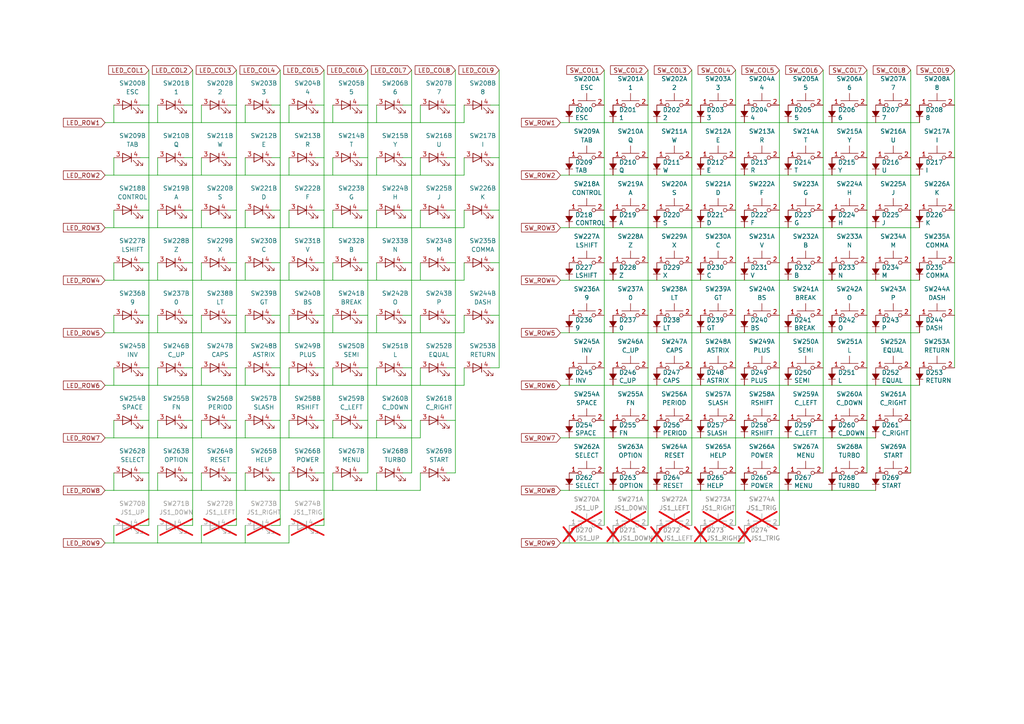
<source format=kicad_sch>
(kicad_sch (version 20230121) (generator eeschema)
  (paper "A4")
  (wire (pts (xy 177.8 127) (xy 165.1 127)))
  (wire (pts (xy 129.54 60.96) (xy 132.08 60.96)))
  (wire (pts (xy 134.62 60.96) (xy 134.62 66.04)))
  (wire (pts (xy 58.42 35.56) (xy 71.12 35.56)))
  (wire (pts (xy 238.76 76.2) (xy 238.76 91.44)))
  (wire (pts (xy 55.88 121.92) (xy 55.88 137.16)))
  (wire (pts (xy 109.22 111.76) (xy 121.92 111.76)))
  (wire (pts (xy 142.24 106.68) (xy 144.78 106.68)))
  (wire (pts (xy 254 111.76) (xy 241.3 111.76)))
  (wire (pts (xy 162.56 142.24) (xy 165.1 142.24)))
  (wire (pts (xy 162.56 127) (xy 165.1 127)))
  (wire (pts (xy 71.12 152.4) (xy 71.12 157.48)))
  (wire (pts (xy 226.06 137.16) (xy 226.06 152.4)))
  (wire (pts (xy 190.5 142.24) (xy 177.8 142.24)))
  (wire (pts (xy 213.36 91.44) (xy 213.36 106.68)))
  (wire (pts (xy 254 127) (xy 241.3 127)))
  (wire (pts (xy 53.34 76.2) (xy 55.88 76.2)))
  (wire (pts (xy 251.46 91.44) (xy 251.46 76.2)))
  (wire (pts (xy 93.98 45.72) (xy 93.98 60.96)))
  (wire (pts (xy 276.86 20.32) (xy 276.86 30.48)))
  (wire (pts (xy 119.38 45.72) (xy 119.38 60.96)))
  (wire (pts (xy 81.28 45.72) (xy 81.28 60.96)))
  (wire (pts (xy 83.82 60.96) (xy 83.82 66.04)))
  (wire (pts (xy 264.16 20.32) (xy 264.16 30.48)))
  (wire (pts (xy 78.74 152.4) (xy 81.28 152.4)))
  (wire (pts (xy 228.6 142.24) (xy 215.9 142.24)))
  (wire (pts (xy 276.86 30.48) (xy 276.86 45.72)))
  (wire (pts (xy 45.72 35.56) (xy 58.42 35.56)))
  (wire (pts (xy 266.7 81.28) (xy 254 81.28)))
  (wire (pts (xy 116.84 30.48) (xy 119.38 30.48)))
  (wire (pts (xy 134.62 30.48) (xy 134.62 35.56)))
  (wire (pts (xy 187.96 121.92) (xy 187.96 106.68)))
  (wire (pts (xy 134.62 91.44) (xy 134.62 96.52)))
  (wire (pts (xy 144.78 91.44) (xy 144.78 106.68)))
  (wire (pts (xy 121.92 96.52) (xy 134.62 96.52)))
  (wire (pts (xy 45.72 111.76) (xy 58.42 111.76)))
  (wire (pts (xy 58.42 45.72) (xy 58.42 50.8)))
  (wire (pts (xy 66.04 30.48) (xy 68.58 30.48)))
  (wire (pts (xy 129.54 137.16) (xy 132.08 137.16)))
  (wire (pts (xy 162.56 96.52) (xy 165.1 96.52)))
  (wire (pts (xy 177.8 66.04) (xy 190.5 66.04)))
  (wire (pts (xy 93.98 30.48) (xy 93.98 45.72)))
  (wire (pts (xy 142.24 91.44) (xy 144.78 91.44)))
  (wire (pts (xy 106.68 91.44) (xy 106.68 106.68)))
  (wire (pts (xy 203.2 127) (xy 215.9 127)))
  (wire (pts (xy 165.1 66.04) (xy 177.8 66.04)))
  (wire (pts (xy 45.72 96.52) (xy 58.42 96.52)))
  (wire (pts (xy 121.92 30.48) (xy 121.92 35.56)))
  (wire (pts (xy 162.56 66.04) (xy 165.1 66.04)))
  (wire (pts (xy 215.9 142.24) (xy 203.2 142.24)))
  (wire (pts (xy 241.3 142.24) (xy 254 142.24)))
  (wire (pts (xy 162.56 81.28) (xy 165.1 81.28)))
  (wire (pts (xy 162.56 111.76) (xy 165.1 111.76)))
  (wire (pts (xy 93.98 20.32) (xy 93.98 30.48)))
  (wire (pts (xy 83.82 81.28) (xy 96.52 81.28)))
  (wire (pts (xy 43.18 30.48) (xy 43.18 45.72)))
  (wire (pts (xy 132.08 91.44) (xy 132.08 106.68)))
  (wire (pts (xy 187.96 91.44) (xy 187.96 76.2)))
  (wire (pts (xy 215.9 96.52) (xy 203.2 96.52)))
  (wire (pts (xy 200.66 45.72) (xy 200.66 60.96)))
  (wire (pts (xy 132.08 76.2) (xy 132.08 91.44)))
  (wire (pts (xy 68.58 60.96) (xy 68.58 76.2)))
  (wire (pts (xy 200.66 30.48) (xy 200.66 45.72)))
  (wire (pts (xy 45.72 76.2) (xy 45.72 81.28)))
  (wire (pts (xy 83.82 152.4) (xy 83.82 157.48)))
  (wire (pts (xy 45.72 81.28) (xy 33.02 81.28)))
  (wire (pts (xy 264.16 30.48) (xy 264.16 45.72)))
  (wire (pts (xy 33.02 50.8) (xy 45.72 50.8)))
  (wire (pts (xy 71.12 137.16) (xy 71.12 142.24)))
  (wire (pts (xy 121.92 121.92) (xy 121.92 127)))
  (wire (pts (xy 175.26 137.16) (xy 175.26 152.4)))
  (wire (pts (xy 177.8 157.48) (xy 190.5 157.48)))
  (wire (pts (xy 53.34 106.68) (xy 55.88 106.68)))
  (wire (pts (xy 33.02 121.92) (xy 33.02 127)))
  (wire (pts (xy 91.44 121.92) (xy 93.98 121.92)))
  (wire (pts (xy 83.82 106.68) (xy 83.82 111.76)))
  (wire (pts (xy 43.18 121.92) (xy 43.18 137.16)))
  (wire (pts (xy 177.8 50.8) (xy 165.1 50.8)))
  (wire (pts (xy 96.52 121.92) (xy 96.52 127)))
  (wire (pts (xy 119.38 91.44) (xy 119.38 106.68)))
  (wire (pts (xy 187.96 152.4) (xy 187.96 137.16)))
  (wire (pts (xy 58.42 121.92) (xy 58.42 127)))
  (wire (pts (xy 144.78 45.72) (xy 144.78 60.96)))
  (wire (pts (xy 104.14 30.48) (xy 106.68 30.48)))
  (wire (pts (xy 96.52 35.56) (xy 83.82 35.56)))
  (wire (pts (xy 45.72 142.24) (xy 58.42 142.24)))
  (wire (pts (xy 264.16 45.72) (xy 264.16 60.96)))
  (wire (pts (xy 190.5 35.56) (xy 203.2 35.56)))
  (wire (pts (xy 33.02 60.96) (xy 33.02 66.04)))
  (wire (pts (xy 66.04 121.92) (xy 68.58 121.92)))
  (wire (pts (xy 251.46 106.68) (xy 251.46 121.92)))
  (wire (pts (xy 241.3 127) (xy 228.6 127)))
  (wire (pts (xy 144.78 60.96) (xy 144.78 76.2)))
  (wire (pts (xy 96.52 76.2) (xy 96.52 81.28)))
  (wire (pts (xy 53.34 91.44) (xy 55.88 91.44)))
  (wire (pts (xy 71.12 157.48) (xy 83.82 157.48)))
  (wire (pts (xy 33.02 76.2) (xy 33.02 81.28)))
  (wire (pts (xy 45.72 137.16) (xy 45.72 142.24)))
  (wire (pts (xy 190.5 127) (xy 203.2 127)))
  (wire (pts (xy 55.88 76.2) (xy 55.88 91.44)))
  (wire (pts (xy 30.48 66.04) (xy 33.02 66.04)))
  (wire (pts (xy 33.02 127) (xy 45.72 127)))
  (wire (pts (xy 121.92 106.68) (xy 121.92 111.76)))
  (wire (pts (xy 129.54 45.72) (xy 132.08 45.72)))
  (wire (pts (xy 203.2 157.48) (xy 215.9 157.48)))
  (wire (pts (xy 40.64 76.2) (xy 43.18 76.2)))
  (wire (pts (xy 40.64 45.72) (xy 43.18 45.72)))
  (wire (pts (xy 55.88 91.44) (xy 55.88 106.68)))
  (wire (pts (xy 190.5 111.76) (xy 203.2 111.76)))
  (wire (pts (xy 109.22 50.8) (xy 96.52 50.8)))
  (wire (pts (xy 58.42 50.8) (xy 71.12 50.8)))
  (wire (pts (xy 121.92 45.72) (xy 121.92 50.8)))
  (wire (pts (xy 81.28 91.44) (xy 81.28 106.68)))
  (wire (pts (xy 276.86 91.44) (xy 276.86 76.2)))
  (wire (pts (xy 40.64 30.48) (xy 43.18 30.48)))
  (wire (pts (xy 45.72 45.72) (xy 45.72 50.8)))
  (wire (pts (xy 226.06 30.48) (xy 226.06 45.72)))
  (wire (pts (xy 203.2 35.56) (xy 215.9 35.56)))
  (wire (pts (xy 132.08 106.68) (xy 132.08 121.92)))
  (wire (pts (xy 81.28 106.68) (xy 81.28 121.92)))
  (wire (pts (xy 241.3 66.04) (xy 228.6 66.04)))
  (wire (pts (xy 43.18 76.2) (xy 43.18 91.44)))
  (wire (pts (xy 226.06 106.68) (xy 226.06 121.92)))
  (wire (pts (xy 53.34 45.72) (xy 55.88 45.72)))
  (wire (pts (xy 66.04 137.16) (xy 68.58 137.16)))
  (wire (pts (xy 116.84 60.96) (xy 119.38 60.96)))
  (wire (pts (xy 91.44 30.48) (xy 93.98 30.48)))
  (wire (pts (xy 132.08 121.92) (xy 132.08 137.16)))
  (wire (pts (xy 71.12 96.52) (xy 83.82 96.52)))
  (wire (pts (xy 58.42 106.68) (xy 58.42 111.76)))
  (wire (pts (xy 119.38 30.48) (xy 119.38 45.72)))
  (wire (pts (xy 81.28 121.92) (xy 81.28 137.16)))
  (wire (pts (xy 142.24 76.2) (xy 144.78 76.2)))
  (wire (pts (xy 40.64 106.68) (xy 43.18 106.68)))
  (wire (pts (xy 132.08 30.48) (xy 132.08 45.72)))
  (wire (pts (xy 45.72 157.48) (xy 58.42 157.48)))
  (wire (pts (xy 93.98 106.68) (xy 93.98 121.92)))
  (wire (pts (xy 119.38 76.2) (xy 119.38 91.44)))
  (wire (pts (xy 226.06 60.96) (xy 226.06 76.2)))
  (wire (pts (xy 121.92 76.2) (xy 121.92 81.28)))
  (wire (pts (xy 33.02 111.76) (xy 45.72 111.76)))
  (wire (pts (xy 109.22 127) (xy 121.92 127)))
  (wire (pts (xy 129.54 76.2) (xy 132.08 76.2)))
  (wire (pts (xy 33.02 45.72) (xy 33.02 50.8)))
  (wire (pts (xy 175.26 20.32) (xy 175.26 30.48)))
  (wire (pts (xy 78.74 137.16) (xy 81.28 137.16)))
  (wire (pts (xy 58.42 157.48) (xy 71.12 157.48)))
  (wire (pts (xy 203.2 50.8) (xy 190.5 50.8)))
  (wire (pts (xy 228.6 96.52) (xy 215.9 96.52)))
  (wire (pts (xy 190.5 142.24) (xy 203.2 142.24)))
  (wire (pts (xy 78.74 76.2) (xy 81.28 76.2)))
  (wire (pts (xy 78.74 121.92) (xy 81.28 121.92)))
  (wire (pts (xy 71.12 81.28) (xy 83.82 81.28)))
  (wire (pts (xy 109.22 76.2) (xy 109.22 81.28)))
  (wire (pts (xy 116.84 121.92) (xy 119.38 121.92)))
  (wire (pts (xy 81.28 20.32) (xy 81.28 30.48)))
  (wire (pts (xy 81.28 60.96) (xy 81.28 76.2)))
  (wire (pts (xy 254 50.8) (xy 241.3 50.8)))
  (wire (pts (xy 175.26 45.72) (xy 175.26 60.96)))
  (wire (pts (xy 175.26 60.96) (xy 175.26 76.2)))
  (wire (pts (xy 264.16 91.44) (xy 264.16 76.2)))
  (wire (pts (xy 68.58 20.32) (xy 68.58 30.48)))
  (wire (pts (xy 264.16 121.92) (xy 264.16 106.68)))
  (wire (pts (xy 203.2 66.04) (xy 190.5 66.04)))
  (wire (pts (xy 93.98 91.44) (xy 93.98 76.2)))
  (wire (pts (xy 40.64 60.96) (xy 43.18 60.96)))
  (wire (pts (xy 83.82 137.16) (xy 83.82 142.24)))
  (wire (pts (xy 241.3 35.56) (xy 254 35.56)))
  (wire (pts (xy 200.66 121.92) (xy 200.66 106.68)))
  (wire (pts (xy 104.14 45.72) (xy 106.68 45.72)))
  (wire (pts (xy 200.66 76.2) (xy 200.66 60.96)))
  (wire (pts (xy 251.46 20.32) (xy 251.46 30.48)))
  (wire (pts (xy 276.86 91.44) (xy 276.86 106.68)))
  (wire (pts (xy 215.9 81.28) (xy 203.2 81.28)))
  (wire (pts (xy 93.98 137.16) (xy 93.98 152.4)))
  (wire (pts (xy 66.04 152.4) (xy 68.58 152.4)))
  (wire (pts (xy 187.96 91.44) (xy 187.96 106.68)))
  (wire (pts (xy 104.14 76.2) (xy 106.68 76.2)))
  (wire (pts (xy 58.42 152.4) (xy 58.42 157.48)))
  (wire (pts (xy 66.04 60.96) (xy 68.58 60.96)))
  (wire (pts (xy 71.12 76.2) (xy 71.12 81.28)))
  (wire (pts (xy 213.36 137.16) (xy 213.36 121.92)))
  (wire (pts (xy 83.82 45.72) (xy 83.82 50.8)))
  (wire (pts (xy 83.82 66.04) (xy 96.52 66.04)))
  (wire (pts (xy 30.48 142.24) (xy 33.02 142.24)))
  (wire (pts (xy 33.02 96.52) (xy 45.72 96.52)))
  (wire (pts (xy 175.26 76.2) (xy 175.26 91.44)))
  (wire (pts (xy 213.36 45.72) (xy 213.36 60.96)))
  (wire (pts (xy 106.68 76.2) (xy 106.68 60.96)))
  (wire (pts (xy 238.76 60.96) (xy 238.76 76.2)))
  (wire (pts (xy 200.66 121.92) (xy 200.66 137.16)))
  (wire (pts (xy 93.98 76.2) (xy 93.98 60.96)))
  (wire (pts (xy 165.1 81.28) (xy 177.8 81.28)))
  (wire (pts (xy 78.74 45.72) (xy 81.28 45.72)))
  (wire (pts (xy 91.44 137.16) (xy 93.98 137.16)))
  (wire (pts (xy 190.5 50.8) (xy 177.8 50.8)))
  (wire (pts (xy 241.3 81.28) (xy 228.6 81.28)))
  (wire (pts (xy 116.84 106.68) (xy 119.38 106.68)))
  (wire (pts (xy 109.22 96.52) (xy 96.52 96.52)))
  (wire (pts (xy 213.36 20.32) (xy 213.36 30.48)))
  (wire (pts (xy 109.22 96.52) (xy 121.92 96.52)))
  (wire (pts (xy 83.82 127) (xy 96.52 127)))
  (wire (pts (xy 200.66 106.68) (xy 200.66 91.44)))
  (wire (pts (xy 251.46 45.72) (xy 251.46 60.96)))
  (wire (pts (xy 109.22 142.24) (xy 96.52 142.24)))
  (wire (pts (xy 40.64 152.4) (xy 43.18 152.4)))
  (wire (pts (xy 104.14 121.92) (xy 106.68 121.92)))
  (wire (pts (xy 81.28 76.2) (xy 81.28 91.44)))
  (wire (pts (xy 33.02 91.44) (xy 33.02 96.52)))
  (wire (pts (xy 58.42 66.04) (xy 45.72 66.04)))
  (wire (pts (xy 45.72 91.44) (xy 45.72 96.52)))
  (wire (pts (xy 162.56 35.56) (xy 165.1 35.56)))
  (wire (pts (xy 58.42 111.76) (xy 71.12 111.76)))
  (wire (pts (xy 81.28 137.16) (xy 81.28 152.4)))
  (wire (pts (xy 132.08 60.96) (xy 132.08 76.2)))
  (wire (pts (xy 213.36 91.44) (xy 213.36 76.2)))
  (wire (pts (xy 177.8 127) (xy 190.5 127)))
  (wire (pts (xy 215.9 66.04) (xy 203.2 66.04)))
  (wire (pts (xy 58.42 50.8) (xy 45.72 50.8)))
  (wire (pts (xy 276.86 76.2) (xy 276.86 60.96)))
  (wire (pts (xy 83.82 142.24) (xy 71.12 142.24)))
  (wire (pts (xy 266.7 50.8) (xy 254 50.8)))
  (wire (pts (xy 121.92 50.8) (xy 134.62 50.8)))
  (wire (pts (xy 106.68 45.72) (xy 106.68 30.48)))
  (wire (pts (xy 129.54 91.44) (xy 132.08 91.44)))
  (wire (pts (xy 91.44 152.4) (xy 93.98 152.4)))
  (wire (pts (xy 177.8 35.56) (xy 190.5 35.56)))
  (wire (pts (xy 106.68 20.32) (xy 106.68 30.48)))
  (wire (pts (xy 203.2 96.52) (xy 190.5 96.52)))
  (wire (pts (xy 71.12 91.44) (xy 71.12 96.52)))
  (wire (pts (xy 91.44 45.72) (xy 93.98 45.72)))
  (wire (pts (xy 226.06 121.92) (xy 226.06 137.16)))
  (wire (pts (xy 71.12 127) (xy 83.82 127)))
  (wire (pts (xy 93.98 137.16) (xy 93.98 121.92)))
  (wire (pts (xy 53.34 121.92) (xy 55.88 121.92)))
  (wire (pts (xy 30.48 157.48) (xy 33.02 157.48)))
  (wire (pts (xy 43.18 121.92) (xy 43.18 106.68)))
  (wire (pts (xy 238.76 121.92) (xy 238.76 137.16)))
  (wire (pts (xy 96.52 91.44) (xy 96.52 96.52)))
  (wire (pts (xy 144.78 20.32) (xy 144.78 30.48)))
  (wire (pts (xy 175.26 137.16) (xy 175.26 121.92)))
  (wire (pts (xy 200.66 91.44) (xy 200.66 76.2)))
  (wire (pts (xy 83.82 96.52) (xy 96.52 96.52)))
  (wire (pts (xy 58.42 30.48) (xy 58.42 35.56)))
  (wire (pts (xy 109.22 60.96) (xy 109.22 66.04)))
  (wire (pts (xy 33.02 157.48) (xy 45.72 157.48)))
  (wire (pts (xy 66.04 45.72) (xy 68.58 45.72)))
  (wire (pts (xy 213.36 76.2) (xy 213.36 60.96)))
  (wire (pts (xy 96.52 137.16) (xy 96.52 142.24)))
  (wire (pts (xy 177.8 142.24) (xy 165.1 142.24)))
  (wire (pts (xy 33.02 30.48) (xy 33.02 35.56)))
  (wire (pts (xy 132.08 20.32) (xy 132.08 30.48)))
  (wire (pts (xy 53.34 60.96) (xy 55.88 60.96)))
  (wire (pts (xy 96.52 142.24) (xy 83.82 142.24)))
  (wire (pts (xy 106.68 76.2) (xy 106.68 91.44)))
  (wire (pts (xy 68.58 137.16) (xy 68.58 152.4)))
  (wire (pts (xy 30.48 96.52) (xy 33.02 96.52)))
  (wire (pts (xy 187.96 137.16) (xy 187.96 121.92)))
  (wire (pts (xy 251.46 30.48) (xy 251.46 45.72)))
  (wire (pts (xy 45.72 121.92) (xy 45.72 127)))
  (wire (pts (xy 264.16 121.92) (xy 264.16 137.16)))
  (wire (pts (xy 264.16 76.2) (xy 264.16 60.96)))
  (wire (pts (xy 40.64 91.44) (xy 43.18 91.44)))
  (wire (pts (xy 45.72 127) (xy 58.42 127)))
  (wire (pts (xy 53.34 152.4) (xy 55.88 152.4)))
  (wire (pts (xy 43.18 20.32) (xy 43.18 30.48)))
  (wire (pts (xy 109.22 127) (xy 96.52 127)))
  (wire (pts (xy 58.42 127) (xy 71.12 127)))
  (wire (pts (xy 40.64 121.92) (xy 43.18 121.92)))
  (wire (pts (xy 203.2 50.8) (xy 215.9 50.8)))
  (wire (pts (xy 55.88 20.32) (xy 55.88 30.48)))
  (wire (pts (xy 30.48 127) (xy 33.02 127)))
  (wire (pts (xy 93.98 91.44) (xy 93.98 106.68)))
  (wire (pts (xy 96.52 45.72) (xy 96.52 50.8)))
  (wire (pts (xy 251.46 121.92) (xy 251.46 137.16)))
  (wire (pts (xy 165.1 157.48) (xy 177.8 157.48)))
  (wire (pts (xy 78.74 60.96) (xy 81.28 60.96)))
  (wire (pts (xy 109.22 66.04) (xy 121.92 66.04)))
  (wire (pts (xy 68.58 60.96) (xy 68.58 45.72)))
  (wire (pts (xy 228.6 66.04) (xy 215.9 66.04)))
  (wire (pts (xy 109.22 81.28) (xy 121.92 81.28)))
  (wire (pts (xy 33.02 35.56) (xy 45.72 35.56)))
  (wire (pts (xy 43.18 106.68) (xy 43.18 91.44)))
  (wire (pts (xy 91.44 76.2) (xy 93.98 76.2)))
  (wire (pts (xy 142.24 45.72) (xy 144.78 45.72)))
  (wire (pts (xy 106.68 121.92) (xy 106.68 137.16)))
  (wire (pts (xy 53.34 30.48) (xy 55.88 30.48)))
  (wire (pts (xy 55.88 137.16) (xy 55.88 152.4)))
  (wire (pts (xy 238.76 91.44) (xy 238.76 106.68)))
  (wire (pts (xy 58.42 96.52) (xy 71.12 96.52)))
  (wire (pts (xy 71.12 111.76) (xy 83.82 111.76)))
  (wire (pts (xy 177.8 96.52) (xy 165.1 96.52)))
  (wire (pts (xy 30.48 111.76) (xy 33.02 111.76)))
  (wire (pts (xy 119.38 121.92) (xy 119.38 106.68)))
  (wire (pts (xy 116.84 137.16) (xy 119.38 137.16)))
  (wire (pts (xy 58.42 81.28) (xy 45.72 81.28)))
  (wire (pts (xy 119.38 60.96) (xy 119.38 76.2)))
  (wire (pts (xy 251.46 60.96) (xy 251.46 76.2)))
  (wire (pts (xy 33.02 106.68) (xy 33.02 111.76)))
  (wire (pts (xy 241.3 81.28) (xy 254 81.28)))
  (wire (pts (xy 134.62 45.72) (xy 134.62 50.8)))
  (wire (pts (xy 119.38 20.32) (xy 119.38 30.48)))
  (wire (pts (xy 228.6 111.76) (xy 241.3 111.76)))
  (wire (pts (xy 200.66 20.32) (xy 200.66 30.48)))
  (wire (pts (xy 45.72 66.04) (xy 33.02 66.04)))
  (wire (pts (xy 109.22 91.44) (xy 109.22 96.52)))
  (wire (pts (xy 238.76 60.96) (xy 238.76 45.72)))
  (wire (pts (xy 109.22 106.68) (xy 109.22 111.76)))
  (wire (pts (xy 30.48 50.8) (xy 33.02 50.8)))
  (wire (pts (xy 58.42 137.16) (xy 58.42 142.24)))
  (wire (pts (xy 254 111.76) (xy 266.7 111.76)))
  (wire (pts (xy 116.84 91.44) (xy 119.38 91.44)))
  (wire (pts (xy 43.18 76.2) (xy 43.18 60.96)))
  (wire (pts (xy 109.22 142.24) (xy 121.92 142.24)))
  (wire (pts (xy 96.52 60.96) (xy 96.52 66.04)))
  (wire (pts (xy 43.18 137.16) (xy 43.18 152.4)))
  (wire (pts (xy 134.62 106.68) (xy 134.62 111.76)))
  (wire (pts (xy 215.9 50.8) (xy 228.6 50.8)))
  (wire (pts (xy 129.54 106.68) (xy 132.08 106.68)))
  (wire (pts (xy 187.96 45.72) (xy 187.96 60.96)))
  (wire (pts (xy 68.58 121.92) (xy 68.58 137.16)))
  (wire (pts (xy 121.92 111.76) (xy 134.62 111.76)))
  (wire (pts (xy 45.72 60.96) (xy 45.72 66.04)))
  (wire (pts (xy 83.82 76.2) (xy 83.82 81.28)))
  (wire (pts (xy 254 66.04) (xy 241.3 66.04)))
  (wire (pts (xy 142.24 30.48) (xy 144.78 30.48)))
  (wire (pts (xy 215.9 111.76) (xy 228.6 111.76)))
  (wire (pts (xy 83.82 50.8) (xy 96.52 50.8)))
  (wire (pts (xy 66.04 91.44) (xy 68.58 91.44)))
  (wire (pts (xy 119.38 121.92) (xy 119.38 137.16)))
  (wire (pts (xy 264.16 91.44) (xy 264.16 106.68)))
  (wire (pts (xy 254 96.52) (xy 241.3 96.52)))
  (wire (pts (xy 71.12 60.96) (xy 71.12 66.04)))
  (wire (pts (xy 96.52 30.48) (xy 96.52 35.56)))
  (wire (pts (xy 116.84 45.72) (xy 119.38 45.72)))
  (wire (pts (xy 83.82 121.92) (xy 83.82 127)))
  (wire (pts (xy 58.42 66.04) (xy 71.12 66.04)))
  (wire (pts (xy 104.14 60.96) (xy 106.68 60.96)))
  (wire (pts (xy 109.22 66.04) (xy 96.52 66.04)))
  (wire (pts (xy 228.6 127) (xy 215.9 127)))
  (wire (pts (xy 96.52 35.56) (xy 109.22 35.56)))
  (wire (pts (xy 241.3 142.24) (xy 228.6 142.24)))
  (wire (pts (xy 121.92 66.04) (xy 134.62 66.04)))
  (wire (pts (xy 66.04 106.68) (xy 68.58 106.68)))
  (wire (pts (xy 238.76 106.68) (xy 238.76 121.92)))
  (wire (pts (xy 175.26 91.44) (xy 175.26 106.68)))
  (wire (pts (xy 109.22 137.16) (xy 109.22 142.24)))
  (wire (pts (xy 68.58 106.68) (xy 68.58 121.92)))
  (wire (pts (xy 30.48 35.56) (xy 33.02 35.56)))
  (wire (pts (xy 91.44 106.68) (xy 93.98 106.68)))
  (wire (pts (xy 187.96 60.96) (xy 187.96 76.2)))
  (wire (pts (xy 144.78 76.2) (xy 144.78 91.44)))
  (wire (pts (xy 165.1 111.76) (xy 177.8 111.76)))
  (wire (pts (xy 55.88 106.68) (xy 55.88 121.92)))
  (wire (pts (xy 71.12 50.8) (xy 83.82 50.8)))
  (wire (pts (xy 71.12 35.56) (xy 83.82 35.56)))
  (wire (pts (xy 254 96.52) (xy 266.7 96.52)))
  (wire (pts (xy 55.88 60.96) (xy 55.88 76.2)))
  (wire (pts (xy 58.42 142.24) (xy 71.12 142.24)))
  (wire (pts (xy 58.42 91.44) (xy 58.42 96.52)))
  (wire (pts (xy 142.24 60.96) (xy 144.78 60.96)))
  (wire (pts (xy 71.12 121.92) (xy 71.12 127)))
  (wire (pts (xy 78.74 91.44) (xy 81.28 91.44)))
  (wire (pts (xy 215.9 35.56) (xy 228.6 35.56)))
  (wire (pts (xy 68.58 30.48) (xy 68.58 45.72)))
  (wire (pts (xy 129.54 30.48) (xy 132.08 30.48)))
  (wire (pts (xy 162.56 50.8) (xy 165.1 50.8)))
  (wire (pts (xy 200.66 137.16) (xy 200.66 152.4)))
  (wire (pts (xy 45.72 152.4) (xy 45.72 157.48)))
  (wire (pts (xy 58.42 60.96) (xy 58.42 66.04)))
  (wire (pts (xy 109.22 45.72) (xy 109.22 50.8)))
  (wire (pts (xy 251.46 91.44) (xy 251.46 106.68)))
  (wire (pts (xy 226.06 45.72) (xy 226.06 60.96)))
  (wire (pts (xy 109.22 50.8) (xy 121.92 50.8)))
  (wire (pts (xy 45.72 142.24) (xy 33.02 142.24)))
  (wire (pts (xy 106.68 45.72) (xy 106.68 60.96)))
  (wire (pts (xy 238.76 45.72) (xy 238.76 30.48)))
  (wire (pts (xy 33.02 137.16) (xy 33.02 142.24)))
  (wire (pts (xy 144.78 30.48) (xy 144.78 45.72)))
  (wire (pts (xy 175.26 106.68) (xy 175.26 121.92)))
  (wire (pts (xy 109.22 30.48) (xy 109.22 35.56)))
  (wire (pts (xy 83.82 30.48) (xy 83.82 35.56)))
  (wire (pts (xy 66.04 76.2) (xy 68.58 76.2)))
  (wire (pts (xy 71.12 106.68) (xy 71.12 111.76)))
  (wire (pts (xy 238.76 20.32) (xy 238.76 30.48)))
  (wire (pts (xy 121.92 91.44) (xy 121.92 96.52)))
  (wire (pts (xy 228.6 81.28) (xy 215.9 81.28)))
  (wire (pts (xy 43.18 60.96) (xy 43.18 45.72)))
  (wire (pts (xy 213.36 121.92) (xy 213.36 106.68)))
  (wire (pts (xy 187.96 20.32) (xy 187.96 30.48)))
  (wire (pts (xy 96.52 111.76) (xy 83.82 111.76)))
  (wire (pts (xy 228.6 35.56) (xy 241.3 35.56)))
  (wire (pts (xy 132.08 45.72) (xy 132.08 60.96)))
  (wire (pts (xy 213.36 45.72) (xy 213.36 30.48)))
  (wire (pts (xy 121.92 81.28) (xy 134.62 81.28)))
  (wire (pts (xy 162.56 157.48) (xy 165.1 157.48)))
  (wire (pts (xy 226.06 76.2) (xy 226.06 91.44)))
  (wire (pts (xy 68.58 91.44) (xy 68.58 106.68)))
  (wire (pts (xy 30.48 81.28) (xy 33.02 81.28)))
  (wire (pts (xy 53.34 137.16) (xy 55.88 137.16)))
  (wire (pts (xy 91.44 60.96) (xy 93.98 60.96)))
  (wire (pts (xy 68.58 76.2) (xy 68.58 91.44)))
  (wire (pts (xy 83.82 66.04) (xy 71.12 66.04)))
  (wire (pts (xy 190.5 81.28) (xy 203.2 81.28)))
  (wire (pts (xy 226.06 91.44) (xy 226.06 106.68)))
  (wire (pts (xy 96.52 106.68) (xy 96.52 111.76)))
  (wire (pts (xy 71.12 45.72) (xy 71.12 50.8)))
  (wire (pts (xy 55.88 45.72) (xy 55.88 60.96)))
  (wire (pts (xy 215.9 111.76) (xy 203.2 111.76)))
  (wire (pts (xy 58.42 81.28) (xy 71.12 81.28)))
  (wire (pts (xy 78.74 106.68) (xy 81.28 106.68)))
  (wire (pts (xy 177.8 81.28) (xy 190.5 81.28)))
  (wire (pts (xy 40.64 137.16) (xy 43.18 137.16)))
  (wire (pts (xy 71.12 30.48) (xy 71.12 35.56)))
  (wire (pts (xy 78.74 30.48) (xy 81.28 30.48)))
  (wire (pts (xy 81.28 30.48) (xy 81.28 45.72)))
  (wire (pts (xy 109.22 121.92) (xy 109.22 127)))
  (wire (pts (xy 45.72 30.48) (xy 45.72 35.56)))
  (wire (pts (xy 203.2 157.48) (xy 190.5 157.48)))
  (wire (pts (xy 228.6 50.8) (xy 241.3 50.8)))
  (wire (pts (xy 104.14 91.44) (xy 106.68 91.44)))
  (wire (pts (xy 116.84 76.2) (xy 119.38 76.2)))
  (wire (pts (xy 187.96 30.48) (xy 187.96 45.72)))
  (wire (pts (xy 190.5 96.52) (xy 177.8 96.52)))
  (wire (pts (xy 106.68 106.68) (xy 106.68 121.92)))
  (wire (pts (xy 121.92 35.56) (xy 134.62 35.56)))
  (wire (pts (xy 213.36 137.16) (xy 213.36 152.4)))
  (wire (pts (xy 226.06 20.32) (xy 226.06 30.48)))
  (wire (pts (xy 45.72 106.68) (xy 45.72 111.76)))
  (wire (pts (xy 83.82 91.44) (xy 83.82 96.52)))
  (wire (pts (xy 177.8 111.76) (xy 190.5 111.76)))
  (wire (pts (xy 55.88 30.48) (xy 55.88 45.72)))
  (wire (pts (xy 241.3 96.52) (xy 228.6 96.52)))
  (wire (pts (xy 109.22 35.56) (xy 121.92 35.56)))
  (wire (pts (xy 129.54 121.92) (xy 132.08 121.92)))
  (wire (pts (xy 134.62 76.2) (xy 134.62 81.28)))
  (wire (pts (xy 266.7 35.56) (xy 254 35.56)))
  (wire (pts (xy 96.52 111.76) (xy 109.22 111.76)))
  (wire (pts (xy 96.52 81.28) (xy 109.22 81.28)))
  (wire (pts (xy 121.92 137.16) (xy 121.92 142.24)))
  (wire (pts (xy 254 66.04) (xy 266.7 66.04)))
  (wire (pts (xy 58.42 76.2) (xy 58.42 81.28)))
  (wire (pts (xy 104.14 106.68) (xy 106.68 106.68)))
  (wire (pts (xy 276.86 45.72) (xy 276.86 60.96)))
  (wire (pts (xy 177.8 35.56) (xy 165.1 35.56)))
  (wire (pts (xy 121.92 60.96) (xy 121.92 66.04)))
  (wire (pts (xy 104.14 137.16) (xy 106.68 137.16)))
  (wire (pts (xy 175.26 30.48) (xy 175.26 45.72)))
  (wire (pts (xy 91.44 91.44) (xy 93.98 91.44)))
  (wire (pts (xy 33.02 152.4) (xy 33.02 157.48)))
  (global_label "SW_ROW1" (shape input) (at 162.56 35.56 180) (property "Intersheetrefs" "${INTERSHEET_REFS}" (effects hide)))
  (global_label "LED_ROW1" (shape input) (at 30.48 35.56 180) (property "Intersheetrefs" "${INTERSHEET_REFS}" (effects hide)))
  (global_label "SW_ROW2" (shape input) (at 162.56 50.8 180) (property "Intersheetrefs" "${INTERSHEET_REFS}" (effects hide)))
  (global_label "LED_ROW2" (shape input) (at 30.48 50.8 180) (property "Intersheetrefs" "${INTERSHEET_REFS}" (effects hide)))
  (global_label "SW_ROW3" (shape input) (at 162.56 66.04 180) (property "Intersheetrefs" "${INTERSHEET_REFS}" (effects hide)))
  (global_label "LED_ROW3" (shape input) (at 30.48 66.04 180) (property "Intersheetrefs" "${INTERSHEET_REFS}" (effects hide)))
  (global_label "SW_ROW4" (shape input) (at 162.56 81.28 180) (property "Intersheetrefs" "${INTERSHEET_REFS}" (effects hide)))
  (global_label "LED_ROW4" (shape input) (at 30.48 81.28 180) (property "Intersheetrefs" "${INTERSHEET_REFS}" (effects hide)))
  (global_label "SW_ROW5" (shape input) (at 162.56 96.52 180) (property "Intersheetrefs" "${INTERSHEET_REFS}" (effects hide)))
  (global_label "LED_ROW5" (shape input) (at 30.48 96.52 180) (property "Intersheetrefs" "${INTERSHEET_REFS}" (effects hide)))
  (global_label "SW_ROW6" (shape input) (at 162.56 111.76 180) (property "Intersheetrefs" "${INTERSHEET_REFS}" (effects hide)))
  (global_label "LED_ROW6" (shape input) (at 30.48 111.76 180) (property "Intersheetrefs" "${INTERSHEET_REFS}" (effects hide)))
  (global_label "SW_ROW7" (shape input) (at 162.56 127 180) (property "Intersheetrefs" "${INTERSHEET_REFS}" (effects hide)))
  (global_label "LED_ROW7" (shape input) (at 30.48 127 180) (property "Intersheetrefs" "${INTERSHEET_REFS}" (effects hide)))
  (global_label "SW_ROW8" (shape input) (at 162.56 142.24 180) (property "Intersheetrefs" "${INTERSHEET_REFS}" (effects hide)))
  (global_label "LED_ROW8" (shape input) (at 30.48 142.24 180) (property "Intersheetrefs" "${INTERSHEET_REFS}" (effects hide)))
  (global_label "SW_ROW9" (shape input) (at 162.56 157.48 180) (property "Intersheetrefs" "${INTERSHEET_REFS}" (effects hide)))
  (global_label "LED_ROW9" (shape input) (at 30.48 157.48 180) (property "Intersheetrefs" "${INTERSHEET_REFS}" (effects hide)))
  (global_label "SW_COL1" (shape input) (at 175.26 20.32 180) (property "Intersheetrefs" "${INTERSHEET_REFS}" (effects hide)))
  (global_label "LED_COL1" (shape input) (at 43.18 20.32 180) (property "Intersheetrefs" "${INTERSHEET_REFS}" (effects hide)))
  (global_label "SW_COL2" (shape input) (at 187.96 20.32 180) (property "Intersheetrefs" "${INTERSHEET_REFS}" (effects hide)))
  (global_label "LED_COL2" (shape input) (at 55.88 20.32 180) (property "Intersheetrefs" "${INTERSHEET_REFS}" (effects hide)))
  (global_label "SW_COL3" (shape input) (at 200.66 20.32 180) (property "Intersheetrefs" "${INTERSHEET_REFS}" (effects hide)))
  (global_label "LED_COL3" (shape input) (at 68.58 20.32 180) (property "Intersheetrefs" "${INTERSHEET_REFS}" (effects hide)))
  (global_label "SW_COL4" (shape input) (at 213.36 20.32 180) (property "Intersheetrefs" "${INTERSHEET_REFS}" (effects hide)))
  (global_label "LED_COL4" (shape input) (at 81.28 20.32 180) (property "Intersheetrefs" "${INTERSHEET_REFS}" (effects hide)))
  (global_label "SW_COL5" (shape input) (at 226.06 20.32 180) (property "Intersheetrefs" "${INTERSHEET_REFS}" (effects hide)))
  (global_label "LED_COL5" (shape input) (at 93.98 20.32 180) (property "Intersheetrefs" "${INTERSHEET_REFS}" (effects hide)))
  (global_label "SW_COL6" (shape input) (at 238.76 20.32 180) (property "Intersheetrefs" "${INTERSHEET_REFS}" (effects hide)))
  (global_label "LED_COL6" (shape input) (at 106.68 20.32 180) (property "Intersheetrefs" "${INTERSHEET_REFS}" (effects hide)))
  (global_label "SW_COL7" (shape input) (at 251.46 20.32 180) (property "Intersheetrefs" "${INTERSHEET_REFS}" (effects hide)))
  (global_label "LED_COL7" (shape input) (at 119.38 20.32 180) (property "Intersheetrefs" "${INTERSHEET_REFS}" (effects hide)))
  (global_label "SW_COL8" (shape input) (at 264.16 20.32 180) (property "Intersheetrefs" "${INTERSHEET_REFS}" (effects hide)))
  (global_label "LED_COL8" (shape input) (at 132.08 20.32 180) (property "Intersheetrefs" "${INTERSHEET_REFS}" (effects hide)))
  (global_label "SW_COL9" (shape input) (at 276.86 20.32 180) (property "Intersheetrefs" "${INTERSHEET_REFS}" (effects hide)))
  (global_label "LED_COL9" (shape input) (at 144.78 20.32 180) (property "Intersheetrefs" "${INTERSHEET_REFS}" (effects hide)))
  (symbol (lib_id "atari-keyboard-rescue:D_Small_ALT-Device") (at 177.8 93.98 90) (unit 1)
    (property "Reference" "D237" (at 179.5272 92.8116 90) (effects (justify right)))
    (property "Value" "0" (at 179.5272 95.123 90) (effects (justify right)))
    (property "Footprint" "retro-kbd:Diode-dual" (effects hide))
  )
  (symbol (lib_id "atari-keyboard-rescue:D_Small_ALT-Device") (at 203.2 33.02 90) (unit 1)
    (property "Reference" "D203" (at 204.9272 31.8516 90) (effects (justify right)))
    (property "Value" "3" (at 204.9272 34.163 90) (effects (justify right)))
    (property "Footprint" "retro-kbd:Diode-dual" (effects hide))
  )
  (symbol (lib_id "atari-keyboard-rescue:D_Small_ALT-Device") (at 177.8 124.46 90) (unit 1)
    (property "Reference" "D255" (at 179.5272 123.2916 90) (effects (justify right)))
    (property "Value" "FN" (at 179.5272 125.603 90) (effects (justify right)))
    (property "Footprint" "retro-kbd:Diode-dual" (effects hide))
  )
  (symbol (lib_id "atari-keyboard-rescue:D_Small_ALT-Device") (at 254 124.46 90) (unit 1)
    (property "Reference" "D261" (at 255.7272 123.2916 90) (effects (justify right)))
    (property "Value" "C_RIGHT" (at 255.7272 125.603 90) (effects (justify right)))
    (property "Footprint" "retro-kbd:Diode-dual" (effects hide))
  )
  (symbol (lib_id "atari-keyboard-rescue:D_Small_ALT-Device") (at 254 48.26 90) (unit 1)
    (property "Reference" "D216" (at 255.7272 47.0916 90) (effects (justify right)))
    (property "Value" "U" (at 255.7272 49.403 90) (effects (justify right)))
    (property "Footprint" "retro-kbd:Diode-dual" (effects hide))
  )
  (symbol (lib_id "atari-keyboard-rescue:D_Small_ALT-Device") (at 266.7 63.5 90) (unit 1)
    (property "Reference" "D226" (at 268.4272 62.3316 90) (effects (justify right)))
    (property "Value" "K" (at 268.4272 64.643 90) (effects (justify right)))
    (property "Footprint" "retro-kbd:Diode-dual" (effects hide))
  )
  (symbol (lib_id "atari-keyboard-rescue:D_Small_ALT-Device") (at 165.1 48.26 90) (unit 1)
    (property "Reference" "D209" (at 166.8272 47.0916 90) (effects (justify right)))
    (property "Value" "TAB" (at 166.8272 49.403 90) (effects (justify right)))
    (property "Footprint" "retro-kbd:Diode-dual" (effects hide))
  )
  (symbol (lib_id "atari-keyboard-rescue:D_Small_ALT-Device") (at 190.5 124.46 90) (unit 1)
    (property "Reference" "D256" (at 192.2272 123.2916 90) (effects (justify right)))
    (property "Value" "PERIOD" (at 192.2272 125.603 90) (effects (justify right)))
    (property "Footprint" "retro-kbd:Diode-dual" (effects hide))
  )
  (symbol (lib_id "atari-keyboard-rescue:D_Small_ALT-Device") (at 215.9 48.26 90) (unit 1)
    (property "Reference" "D213" (at 217.6272 47.0916 90) (effects (justify right)))
    (property "Value" "R" (at 217.6272 49.403 90) (effects (justify right)))
    (property "Footprint" "retro-kbd:Diode-dual" (effects hide))
  )
  (symbol (lib_id "atari-keyboard-rescue:D_Small_ALT-Device") (at 165.1 63.5 90) (unit 1)
    (property "Reference" "D218" (at 166.8272 62.3316 90) (effects (justify right)))
    (property "Value" "CONTROL" (at 166.8272 64.643 90) (effects (justify right)))
    (property "Footprint" "retro-kbd:Diode-dual" (effects hide))
  )
  (symbol (lib_id "atari-keyboard-rescue:D_Small_ALT-Device") (at 241.3 124.46 90) (unit 1)
    (property "Reference" "D260" (at 243.0272 123.2916 90) (effects (justify right)))
    (property "Value" "C_DOWN" (at 243.0272 125.603 90) (effects (justify right)))
    (property "Footprint" "retro-kbd:Diode-dual" (effects hide))
  )
  (symbol (lib_id "atari-keyboard-rescue:D_Small_ALT-Device") (at 190.5 78.74 90) (unit 1)
    (property "Reference" "D229" (at 192.2272 77.5716 90) (effects (justify right)))
    (property "Value" "X" (at 192.2272 79.883 90) (effects (justify right)))
    (property "Footprint" "retro-kbd:Diode-dual" (effects hide))
  )
  (symbol (lib_id "atari-keyboard-rescue:D_Small_ALT-Device") (at 190.5 33.02 90) (unit 1)
    (property "Reference" "D202" (at 192.2272 31.8516 90) (effects (justify right)))
    (property "Value" "2" (at 192.2272 34.163 90) (effects (justify right)))
    (property "Footprint" "retro-kbd:Diode-dual" (effects hide))
  )
  (symbol (lib_id "atari-keyboard-rescue:D_Small_ALT-Device") (at 203.2 63.5 90) (unit 1)
    (property "Reference" "D221" (at 204.9272 62.3316 90) (effects (justify right)))
    (property "Value" "D" (at 204.9272 64.643 90) (effects (justify right)))
    (property "Footprint" "retro-kbd:Diode-dual" (effects hide))
  )
  (symbol (lib_id "atari-keyboard-rescue:D_Small_ALT-Device") (at 254 93.98 90) (unit 1)
    (property "Reference" "D243" (at 255.7272 92.8116 90) (effects (justify right)))
    (property "Value" "P" (at 255.7272 95.123 90) (effects (justify right)))
    (property "Footprint" "retro-kbd:Diode-dual" (effects hide))
  )
  (symbol (lib_id "atari-keyboard-rescue:D_Small_ALT-Device") (at 228.6 109.22 90) (unit 1)
    (property "Reference" "D250" (at 230.3272 108.0516 90) (effects (justify right)))
    (property "Value" "SEMI" (at 230.3272 110.363 90) (effects (justify right)))
    (property "Footprint" "retro-kbd:Diode-dual" (effects hide))
  )
  (symbol (lib_id "atari-keyboard-rescue:D_Small_ALT-Device") (at 241.3 48.26 90) (unit 1)
    (property "Reference" "D215" (at 243.0272 47.0916 90) (effects (justify right)))
    (property "Value" "Y" (at 243.0272 49.403 90) (effects (justify right)))
    (property "Footprint" "retro-kbd:Diode-dual" (effects hide))
  )
  (symbol (lib_id "atari-keyboard-rescue:D_Small_ALT-Device") (at 165.1 139.7 90) (unit 1)
    (property "Reference" "D262" (at 166.8272 138.5316 90) (effects (justify right)))
    (property "Value" "SELECT" (at 166.8272 140.843 90) (effects (justify right)))
    (property "Footprint" "retro-kbd:Diode-dual" (effects hide))
  )
  (symbol (lib_id "atari-keyboard-rescue:D_Small_ALT-Device") (at 190.5 48.26 90) (unit 1)
    (property "Reference" "D211" (at 192.2272 47.0916 90) (effects (justify right)))
    (property "Value" "W" (at 192.2272 49.403 90) (effects (justify right)))
    (property "Footprint" "retro-kbd:Diode-dual" (effects hide))
  )
  (symbol (lib_id "atari-keyboard-rescue:D_Small_ALT-Device") (at 190.5 154.94 90) (unit 1) (in_bom no) (on_board no) (dnp yes)
    (property "Reference" "D272" (at 192.2272 153.7716 90) (effects (justify right)))
    (property "Value" "JS1_LEFT" (at 192.2272 156.083 90) (effects (justify right)))
    (property "Footprint" "retro-kbd:Diode-dual" (effects hide))
  )
  (symbol (lib_id "atari-keyboard-rescue:D_Small_ALT-Device") (at 190.5 93.98 90) (unit 1)
    (property "Reference" "D238" (at 192.2272 92.8116 90) (effects (justify right)))
    (property "Value" "LT" (at 192.2272 95.123 90) (effects (justify right)))
    (property "Footprint" "retro-kbd:Diode-dual" (effects hide))
  )
  (symbol (lib_id "atari-keyboard-rescue:D_Small_ALT-Device") (at 228.6 48.26 90) (unit 1)
    (property "Reference" "D214" (at 230.3272 47.0916 90) (effects (justify right)))
    (property "Value" "T" (at 230.3272 49.403 90) (effects (justify right)))
    (property "Footprint" "retro-kbd:Diode-dual" (effects hide))
  )
  (symbol (lib_id "atari-keyboard-rescue:D_Small_ALT-Device") (at 241.3 78.74 90) (unit 1)
    (property "Reference" "D233" (at 243.0272 77.5716 90) (effects (justify right)))
    (property "Value" "N" (at 243.0272 79.883 90) (effects (justify right)))
    (property "Footprint" "retro-kbd:Diode-dual" (effects hide))
  )
  (symbol (lib_id "atari-keyboard-rescue:D_Small_ALT-Device") (at 177.8 139.7 90) (unit 1)
    (property "Reference" "D263" (at 179.5272 138.5316 90) (effects (justify right)))
    (property "Value" "OPTION" (at 179.5272 140.843 90) (effects (justify right)))
    (property "Footprint" "retro-kbd:Diode-dual" (effects hide))
  )
  (symbol (lib_id "atari-keyboard-rescue:D_Small_ALT-Device") (at 203.2 139.7 90) (unit 1)
    (property "Reference" "D265" (at 204.9272 138.5316 90) (effects (justify right)))
    (property "Value" "HELP" (at 204.9272 140.843 90) (effects (justify right)))
    (property "Footprint" "retro-kbd:Diode-dual" (effects hide))
  )
  (symbol (lib_id "atari-keyboard-rescue:D_Small_ALT-Device") (at 215.9 109.22 90) (unit 1)
    (property "Reference" "D249" (at 217.6272 108.0516 90) (effects (justify right)))
    (property "Value" "PLUS" (at 217.6272 110.363 90) (effects (justify right)))
    (property "Footprint" "retro-kbd:Diode-dual" (effects hide))
  )
  (symbol (lib_id "atari-keyboard-rescue:D_Small_ALT-Device") (at 228.6 93.98 90) (unit 1)
    (property "Reference" "D241" (at 230.3272 92.8116 90) (effects (justify right)))
    (property "Value" "BREAK" (at 230.3272 95.123 90) (effects (justify right)))
    (property "Footprint" "retro-kbd:Diode-dual" (effects hide))
  )
  (symbol (lib_id "atari-keyboard-rescue:D_Small_ALT-Device") (at 177.8 78.74 90) (unit 1)
    (property "Reference" "D228" (at 179.5272 77.5716 90) (effects (justify right)))
    (property "Value" "Z" (at 179.5272 79.883 90) (effects (justify right)))
    (property "Footprint" "retro-kbd:Diode-dual" (effects hide))
  )
  (symbol (lib_id "atari-keyboard-rescue:D_Small_ALT-Device") (at 228.6 139.7 90) (unit 1)
    (property "Reference" "D267" (at 230.3272 138.5316 90) (effects (justify right)))
    (property "Value" "MENU" (at 230.3272 140.843 90) (effects (justify right)))
    (property "Footprint" "retro-kbd:Diode-dual" (effects hide))
  )
  (symbol (lib_id "atari-keyboard-rescue:D_Small_ALT-Device") (at 165.1 78.74 90) (unit 1)
    (property "Reference" "D227" (at 166.8272 77.5716 90) (effects (justify right)))
    (property "Value" "LSHIFT" (at 166.8272 79.883 90) (effects (justify right)))
    (property "Footprint" "retro-kbd:Diode-dual" (effects hide))
  )
  (symbol (lib_id "atari-keyboard-rescue:D_Small_ALT-Device") (at 228.6 33.02 90) (unit 1)
    (property "Reference" "D205" (at 230.3272 31.8516 90) (effects (justify right)))
    (property "Value" "5" (at 230.3272 34.163 90) (effects (justify right)))
    (property "Footprint" "retro-kbd:Diode-dual" (effects hide))
  )
  (symbol (lib_id "atari-keyboard-rescue:D_Small_ALT-Device") (at 165.1 154.94 90) (unit 1) (in_bom no) (on_board no) (dnp yes)
    (property "Reference" "D270" (at 166.8272 153.7716 90) (effects (justify right)))
    (property "Value" "JS1_UP" (at 166.8272 156.083 90) (effects (justify right)))
    (property "Footprint" "retro-kbd:Diode-dual" (effects hide))
  )
  (symbol (lib_id "atari-keyboard-rescue:D_Small_ALT-Device") (at 203.2 78.74 90) (unit 1)
    (property "Reference" "D230" (at 204.9272 77.5716 90) (effects (justify right)))
    (property "Value" "C" (at 204.9272 79.883 90) (effects (justify right)))
    (property "Footprint" "retro-kbd:Diode-dual" (effects hide))
  )
  (symbol (lib_id "atari-keyboard-rescue:D_Small_ALT-Device") (at 266.7 78.74 90) (unit 1)
    (property "Reference" "D235" (at 268.4272 77.5716 90) (effects (justify right)))
    (property "Value" "COMMA" (at 268.4272 79.883 90) (effects (justify right)))
    (property "Footprint" "retro-kbd:Diode-dual" (effects hide))
  )
  (symbol (lib_id "atari-keyboard-rescue:D_Small_ALT-Device") (at 165.1 93.98 90) (unit 1)
    (property "Reference" "D236" (at 166.8272 92.8116 90) (effects (justify right)))
    (property "Value" "9" (at 166.8272 95.123 90) (effects (justify right)))
    (property "Footprint" "retro-kbd:Diode-dual" (effects hide))
  )
  (symbol (lib_id "atari-keyboard-rescue:D_Small_ALT-Device") (at 254 63.5 90) (unit 1)
    (property "Reference" "D225" (at 255.7272 62.3316 90) (effects (justify right)))
    (property "Value" "J" (at 255.7272 64.643 90) (effects (justify right)))
    (property "Footprint" "retro-kbd:Diode-dual" (effects hide))
  )
  (symbol (lib_id "atari-keyboard-rescue:D_Small_ALT-Device") (at 203.2 124.46 90) (unit 1)
    (property "Reference" "D257" (at 204.9272 123.2916 90) (effects (justify right)))
    (property "Value" "SLASH" (at 204.9272 125.603 90) (effects (justify right)))
    (property "Footprint" "retro-kbd:Diode-dual" (effects hide))
  )
  (symbol (lib_id "atari-keyboard-rescue:D_Small_ALT-Device") (at 254 78.74 90) (unit 1)
    (property "Reference" "D234" (at 255.7272 77.5716 90) (effects (justify right)))
    (property "Value" "M" (at 255.7272 79.883 90) (effects (justify right)))
    (property "Footprint" "retro-kbd:Diode-dual" (effects hide))
  )
  (symbol (lib_id "atari-keyboard-rescue:D_Small_ALT-Device") (at 177.8 48.26 90) (unit 1)
    (property "Reference" "D210" (at 179.5272 47.0916 90) (effects (justify right)))
    (property "Value" "Q" (at 179.5272 49.403 90) (effects (justify right)))
    (property "Footprint" "retro-kbd:Diode-dual" (effects hide))
  )
  (symbol (lib_id "keebio:MX_LED") (at 36.83 30.48 0) (unit 2)
    (property "Reference" "SW200" (at 38.4302 24.13 0))
    (property "Value" "ESC" (at 38.4302 26.67 0))
  )
  (symbol (lib_id "keebio:MX_LED") (at 49.53 30.48 0) (unit 2)
    (property "Reference" "SW201" (at 51.1302 24.13 0))
    (property "Value" "1" (at 51.1302 26.67 0))
  )
  (symbol (lib_id "keebio:MX_LED") (at 62.23 30.48 0) (unit 2)
    (property "Reference" "SW202" (at 63.8302 24.13 0))
    (property "Value" "2" (at 63.8302 26.67 0))
  )
  (symbol (lib_id "keebio:MX_LED") (at 74.93 30.48 0) (unit 2)
    (property "Reference" "SW203" (at 76.5302 24.13 0))
    (property "Value" "3" (at 76.5302 26.67 0))
  )
  (symbol (lib_id "keebio:MX_LED") (at 87.63 30.48 0) (unit 2)
    (property "Reference" "SW204" (at 89.2302 24.13 0))
    (property "Value" "4" (at 89.2302 26.67 0))
  )
  (symbol (lib_id "keebio:MX_LED") (at 100.33 30.48 0) (unit 2)
    (property "Reference" "SW205" (at 101.9302 24.13 0))
    (property "Value" "5" (at 101.9302 26.67 0))
  )
  (symbol (lib_id "keebio:MX_LED") (at 113.03 30.48 0) (unit 2)
    (property "Reference" "SW206" (at 114.6302 24.13 0))
    (property "Value" "6" (at 114.6302 26.67 0))
  )
  (symbol (lib_id "keebio:MX_LED") (at 125.73 30.48 0) (unit 2)
    (property "Reference" "SW207" (at 127.3302 24.13 0))
    (property "Value" "7" (at 127.3302 26.67 0))
  )
  (symbol (lib_id "keebio:MX_LED") (at 138.43 30.48 0) (unit 2)
    (property "Reference" "SW208" (at 140.0302 24.13 0))
    (property "Value" "8" (at 140.0302 26.67 0))
  )
  (symbol (lib_id "keebio:MX_LED") (at 36.83 45.72 0) (unit 2)
    (property "Reference" "SW209" (at 38.4302 39.37 0))
    (property "Value" "TAB" (at 38.4302 41.91 0))
  )
  (symbol (lib_id "keebio:MX_LED") (at 49.53 45.72 0) (unit 2)
    (property "Reference" "SW210" (at 51.1302 39.37 0))
    (property "Value" "Q" (at 51.1302 41.91 0))
  )
  (symbol (lib_id "keebio:MX_LED") (at 62.23 45.72 0) (unit 2)
    (property "Reference" "SW211" (at 63.8302 39.37 0))
    (property "Value" "W" (at 63.8302 41.91 0))
  )
  (symbol (lib_id "keebio:MX_LED") (at 74.93 45.72 0) (unit 2)
    (property "Reference" "SW212" (at 76.5302 39.37 0))
    (property "Value" "E" (at 76.5302 41.91 0))
  )
  (symbol (lib_id "keebio:MX_LED") (at 87.63 45.72 0) (unit 2)
    (property "Reference" "SW213" (at 89.2302 39.37 0))
    (property "Value" "R" (at 89.2302 41.91 0))
  )
  (symbol (lib_id "keebio:MX_LED") (at 100.33 45.72 0) (unit 2)
    (property "Reference" "SW214" (at 101.9302 39.37 0))
    (property "Value" "T" (at 101.9302 41.91 0))
  )
  (symbol (lib_id "keebio:MX_LED") (at 113.03 45.72 0) (unit 2)
    (property "Reference" "SW215" (at 114.6302 39.37 0))
    (property "Value" "Y" (at 114.6302 41.91 0))
  )
  (symbol (lib_id "keebio:MX_LED") (at 125.73 45.72 0) (unit 2)
    (property "Reference" "SW216" (at 127.3302 39.37 0))
    (property "Value" "U" (at 127.3302 41.91 0))
  )
  (symbol (lib_id "keebio:MX_LED") (at 138.43 45.72 0) (unit 2)
    (property "Reference" "SW217" (at 140.0302 39.37 0))
    (property "Value" "I" (at 140.0302 41.91 0))
  )
  (symbol (lib_id "keebio:MX_LED") (at 36.83 60.96 0) (unit 2)
    (property "Reference" "SW218" (at 38.4302 54.61 0))
    (property "Value" "CONTROL" (at 38.4302 57.15 0))
  )
  (symbol (lib_id "keebio:MX_LED") (at 49.53 60.96 0) (unit 2)
    (property "Reference" "SW219" (at 51.1302 54.61 0))
    (property "Value" "A" (at 51.1302 57.15 0))
  )
  (symbol (lib_id "keebio:MX_LED") (at 62.23 60.96 0) (unit 2)
    (property "Reference" "SW220" (at 63.8302 54.61 0))
    (property "Value" "S" (at 63.8302 57.15 0))
  )
  (symbol (lib_id "keebio:MX_LED") (at 74.93 60.96 0) (unit 2)
    (property "Reference" "SW221" (at 76.5302 54.61 0))
    (property "Value" "D" (at 76.5302 57.15 0))
  )
  (symbol (lib_id "keebio:MX_LED") (at 87.63 60.96 0) (unit 2)
    (property "Reference" "SW222" (at 89.2302 54.61 0))
    (property "Value" "F" (at 89.2302 57.15 0))
  )
  (symbol (lib_id "keebio:MX_LED") (at 100.33 60.96 0) (unit 2)
    (property "Reference" "SW223" (at 101.9302 54.61 0))
    (property "Value" "G" (at 101.9302 57.15 0))
  )
  (symbol (lib_id "keebio:MX_LED") (at 113.03 60.96 0) (unit 2)
    (property "Reference" "SW224" (at 114.6302 54.61 0))
    (property "Value" "H" (at 114.6302 57.15 0))
  )
  (symbol (lib_id "keebio:MX_LED") (at 125.73 60.96 0) (unit 2)
    (property "Reference" "SW225" (at 127.3302 54.61 0))
    (property "Value" "J" (at 127.3302 57.15 0))
  )
  (symbol (lib_id "keebio:MX_LED") (at 138.43 60.96 0) (unit 2)
    (property "Reference" "SW226" (at 140.0302 54.61 0))
    (property "Value" "K" (at 140.0302 57.15 0))
  )
  (symbol (lib_id "keebio:MX_LED") (at 36.83 76.2 0) (unit 2)
    (property "Reference" "SW227" (at 38.4302 69.85 0))
    (property "Value" "LSHIFT" (at 38.4302 72.39 0))
  )
  (symbol (lib_id "keebio:MX_LED") (at 49.53 76.2 0) (unit 2)
    (property "Reference" "SW228" (at 51.1302 69.85 0))
    (property "Value" "Z" (at 51.1302 72.39 0))
  )
  (symbol (lib_id "keebio:MX_LED") (at 62.23 76.2 0) (unit 2)
    (property "Reference" "SW229" (at 63.8302 69.85 0))
    (property "Value" "X" (at 63.8302 72.39 0))
  )
  (symbol (lib_id "keebio:MX_LED") (at 74.93 76.2 0) (unit 2)
    (property "Reference" "SW230" (at 76.5302 69.85 0))
    (property "Value" "C" (at 76.5302 72.39 0))
  )
  (symbol (lib_id "keebio:MX_LED") (at 87.63 76.2 0) (unit 2)
    (property "Reference" "SW231" (at 89.2302 69.85 0))
    (property "Value" "V" (at 89.2302 72.39 0))
  )
  (symbol (lib_id "keebio:MX_LED") (at 100.33 76.2 0) (unit 2)
    (property "Reference" "SW232" (at 101.9302 69.85 0))
    (property "Value" "B" (at 101.9302 72.39 0))
  )
  (symbol (lib_id "keebio:MX_LED") (at 113.03 76.2 0) (unit 2)
    (property "Reference" "SW233" (at 114.6302 69.85 0))
    (property "Value" "N" (at 114.6302 72.39 0))
  )
  (symbol (lib_id "keebio:MX_LED") (at 125.73 76.2 0) (unit 2)
    (property "Reference" "SW234" (at 127.3302 69.85 0))
    (property "Value" "M" (at 127.3302 72.39 0))
  )
  (symbol (lib_id "keebio:MX_LED") (at 138.43 76.2 0) (unit 2)
    (property "Reference" "SW235" (at 140.0302 69.85 0))
    (property "Value" "COMMA" (at 140.0302 72.39 0))
  )
  (symbol (lib_id "keebio:MX_LED") (at 36.83 91.44 0) (unit 2)
    (property "Reference" "SW236" (at 38.4302 85.09 0))
    (property "Value" "9" (at 38.4302 87.63 0))
  )
  (symbol (lib_id "keebio:MX_LED") (at 49.53 91.44 0) (unit 2)
    (property "Reference" "SW237" (at 51.1302 85.09 0))
    (property "Value" "0" (at 51.1302 87.63 0))
  )
  (symbol (lib_id "keebio:MX_LED") (at 62.23 91.44 0) (unit 2)
    (property "Reference" "SW238" (at 63.8302 85.09 0))
    (property "Value" "LT" (at 63.8302 87.63 0))
  )
  (symbol (lib_id "keebio:MX_LED") (at 74.93 91.44 0) (unit 2)
    (property "Reference" "SW239" (at 76.5302 85.09 0))
    (property "Value" "GT" (at 76.5302 87.63 0))
  )
  (symbol (lib_id "keebio:MX_LED") (at 87.63 91.44 0) (unit 2)
    (property "Reference" "SW240" (at 89.2302 85.09 0))
    (property "Value" "BS" (at 89.2302 87.63 0))
  )
  (symbol (lib_id "keebio:MX_LED") (at 100.33 91.44 0) (unit 2)
    (property "Reference" "SW241" (at 101.9302 85.09 0))
    (property "Value" "BREAK" (at 101.9302 87.63 0))
  )
  (symbol (lib_id "keebio:MX_LED") (at 113.03 91.44 0) (unit 2)
    (property "Reference" "SW242" (at 114.6302 85.09 0))
    (property "Value" "O" (at 114.6302 87.63 0))
  )
  (symbol (lib_id "keebio:MX_LED") (at 125.73 91.44 0) (unit 2)
    (property "Reference" "SW243" (at 127.3302 85.09 0))
    (property "Value" "P" (at 127.3302 87.63 0))
  )
  (symbol (lib_id "keebio:MX_LED") (at 138.43 91.44 0) (unit 2)
    (property "Reference" "SW244" (at 140.0302 85.09 0))
    (property "Value" "DASH" (at 140.0302 87.63 0))
  )
  (symbol (lib_id "keebio:MX_LED") (at 36.83 106.68 0) (unit 2)
    (property "Reference" "SW245" (at 38.4302 100.33 0))
    (property "Value" "INV" (at 38.4302 102.87 0))
  )
  (symbol (lib_id "keebio:MX_LED") (at 49.53 106.68 0) (unit 2)
    (property "Reference" "SW246" (at 51.1302 100.33 0))
    (property "Value" "C_UP" (at 51.1302 102.87 0))
  )
  (symbol (lib_id "keebio:MX_LED") (at 62.23 106.68 0) (unit 2)
    (property "Reference" "SW247" (at 63.8302 100.33 0))
    (property "Value" "CAPS" (at 63.8302 102.87 0))
  )
  (symbol (lib_id "keebio:MX_LED") (at 74.93 106.68 0) (unit 2)
    (property "Reference" "SW248" (at 76.5302 100.33 0))
    (property "Value" "ASTRIX" (at 76.5302 102.87 0))
  )
  (symbol (lib_id "keebio:MX_LED") (at 87.63 106.68 0) (unit 2)
    (property "Reference" "SW249" (at 89.2302 100.33 0))
    (property "Value" "PLUS" (at 89.2302 102.87 0))
  )
  (symbol (lib_id "keebio:MX_LED") (at 100.33 106.68 0) (unit 2)
    (property "Reference" "SW250" (at 101.9302 100.33 0))
    (property "Value" "SEMI" (at 101.9302 102.87 0))
  )
  (symbol (lib_id "keebio:MX_LED") (at 113.03 106.68 0) (unit 2)
    (property "Reference" "SW251" (at 114.6302 100.33 0))
    (property "Value" "L" (at 114.6302 102.87 0))
  )
  (symbol (lib_id "keebio:MX_LED") (at 125.73 106.68 0) (unit 2)
    (property "Reference" "SW252" (at 127.3302 100.33 0))
    (property "Value" "EQUAL" (at 127.3302 102.87 0))
  )
  (symbol (lib_id "keebio:MX_LED") (at 138.43 106.68 0) (unit 2)
    (property "Reference" "SW253" (at 140.0302 100.33 0))
    (property "Value" "RETURN" (at 140.0302 102.87 0))
  )
  (symbol (lib_id "keebio:MX_LED") (at 36.83 121.92 0) (unit 2)
    (property "Reference" "SW254" (at 38.4302 115.57 0))
    (property "Value" "SPACE" (at 38.4302 118.11 0))
  )
  (symbol (lib_id "keebio:MX_LED") (at 49.53 121.92 0) (unit 2)
    (property "Reference" "SW255" (at 51.1302 115.57 0))
    (property "Value" "FN" (at 51.1302 118.11 0))
  )
  (symbol (lib_id "keebio:MX_LED") (at 62.23 121.92 0) (unit 2)
    (property "Reference" "SW256" (at 63.8302 115.57 0))
    (property "Value" "PERIOD" (at 63.8302 118.11 0))
  )
  (symbol (lib_id "keebio:MX_LED") (at 74.93 121.92 0) (unit 2)
    (property "Reference" "SW257" (at 76.5302 115.57 0))
    (property "Value" "SLASH" (at 76.5302 118.11 0))
  )
  (symbol (lib_id "keebio:MX_LED") (at 87.63 121.92 0) (unit 2)
    (property "Reference" "SW258" (at 89.2302 115.57 0))
    (property "Value" "RSHIFT" (at 89.2302 118.11 0))
  )
  (symbol (lib_id "keebio:MX_LED") (at 100.33 121.92 0) (unit 2)
    (property "Reference" "SW259" (at 101.9302 115.57 0))
    (property "Value" "C_LEFT" (at 101.9302 118.11 0))
  )
  (symbol (lib_id "keebio:MX_LED") (at 113.03 121.92 0) (unit 2)
    (property "Reference" "SW260" (at 114.6302 115.57 0))
    (property "Value" "C_DOWN" (at 114.6302 118.11 0))
  )
  (symbol (lib_id "keebio:MX_LED") (at 125.73 121.92 0) (unit 2)
    (property "Reference" "SW261" (at 127.3302 115.57 0))
    (property "Value" "C_RIGHT" (at 127.3302 118.11 0))
  )
  (symbol (lib_id "keebio:MX_LED") (at 36.83 137.16 0) (unit 2)
    (property "Reference" "SW262" (at 38.4302 130.81 0))
    (property "Value" "SELECT" (at 38.4302 133.35 0))
  )
  (symbol (lib_id "keebio:MX_LED") (at 49.53 137.16 0) (unit 2)
    (property "Reference" "SW263" (at 51.1302 130.81 0))
    (property "Value" "OPTION" (at 51.1302 133.35 0))
  )
  (symbol (lib_id "keebio:MX_LED") (at 62.23 137.16 0) (unit 2)
    (property "Reference" "SW264" (at 63.8302 130.81 0))
    (property "Value" "RESET" (at 63.8302 133.35 0))
  )
  (symbol (lib_id "keebio:MX_LED") (at 74.93 137.16 0) (unit 2)
    (property "Reference" "SW265" (at 76.5302 130.81 0))
    (property "Value" "HELP" (at 76.5302 133.35 0))
  )
  (symbol (lib_id "keebio:MX_LED") (at 87.63 137.16 0) (unit 2)
    (property "Reference" "SW266" (at 89.2302 130.81 0))
    (property "Value" "POWER" (at 89.2302 133.35 0))
  )
  (symbol (lib_id "keebio:MX_LED") (at 100.33 137.16 0) (unit 2)
    (property "Reference" "SW267" (at 101.9302 130.81 0))
    (property "Value" "MENU" (at 101.9302 133.35 0))
  )
  (symbol (lib_id "keebio:MX_LED") (at 113.03 137.16 0) (unit 2)
    (property "Reference" "SW268" (at 114.6302 130.81 0))
    (property "Value" "TURBO" (at 114.6302 133.35 0))
  )
  (symbol (lib_id "keebio:MX_LED") (at 125.73 137.16 0) (unit 2)
    (property "Reference" "SW269" (at 127.3302 130.81 0))
    (property "Value" "START" (at 127.3302 133.35 0))
  )
  (symbol (lib_id "keebio:MX_LED") (at 36.83 152.4 0) (unit 2) (in_bom no) (on_board no) (dnp yes)
    (property "Reference" "SW270" (at 38.4302 146.05 0))
    (property "Value" "JS1_UP" (at 38.4302 148.59 0))
  )
  (symbol (lib_id "keebio:MX_LED") (at 49.53 152.4 0) (unit 2) (in_bom no) (on_board no) (dnp yes)
    (property "Reference" "SW271" (at 51.1302 146.05 0))
    (property "Value" "JS1_DOWN" (at 51.1302 148.59 0))
  )
  (symbol (lib_id "keebio:MX_LED") (at 62.23 152.4 0) (unit 2) (in_bom no) (on_board no) (dnp yes)
    (property "Reference" "SW272" (at 63.8302 146.05 0))
    (property "Value" "JS1_LEFT" (at 63.8302 148.59 0))
  )
  (symbol (lib_id "keebio:MX_LED") (at 74.93 152.4 0) (unit 2) (in_bom no) (on_board no) (dnp yes)
    (property "Reference" "SW273" (at 76.5302 146.05 0))
    (property "Value" "JS1_RIGHT" (at 76.5302 148.59 0))
  )
  (symbol (lib_id "keebio:MX_LED") (at 87.63 152.4 0) (unit 2) (in_bom no) (on_board no) (dnp yes)
    (property "Reference" "SW274" (at 89.2302 146.05 0))
    (property "Value" "JS1_TRIG" (at 89.2302 148.59 0))
  )
  (symbol (lib_id "atari-keyboard-rescue:D_Small_ALT-Device") (at 241.3 93.98 90) (unit 1)
    (property "Reference" "D242" (at 243.0272 92.8116 90) (effects (justify right)))
    (property "Value" "O" (at 243.0272 95.123 90) (effects (justify right)))
    (property "Footprint" "retro-kbd:Diode-dual" (effects hide))
  )
  (symbol (lib_id "atari-keyboard-rescue:D_Small_ALT-Device") (at 228.6 124.46 90) (unit 1)
    (property "Reference" "D259" (at 230.3272 123.2916 90) (effects (justify right)))
    (property "Value" "C_LEFT" (at 230.3272 125.603 90) (effects (justify right)))
    (property "Footprint" "retro-kbd:Diode-dual" (effects hide))
  )
  (symbol (lib_id "atari-keyboard-rescue:D_Small_ALT-Device") (at 165.1 124.46 90) (unit 1)
    (property "Reference" "D254" (at 166.8272 123.2916 90) (effects (justify right)))
    (property "Value" "SPACE" (at 166.8272 125.603 90) (effects (justify right)))
    (property "Footprint" "retro-kbd:Diode-dual" (effects hide))
  )
  (symbol (lib_id "atari-keyboard-rescue:D_Small_ALT-Device") (at 266.7 33.02 90) (unit 1)
    (property "Reference" "D208" (at 268.4272 31.8516 90) (effects (justify right)))
    (property "Value" "8" (at 268.4272 34.163 90) (effects (justify right)))
    (property "Footprint" "retro-kbd:Diode-dual" (effects hide))
  )
  (symbol (lib_id "atari-keyboard-rescue:D_Small_ALT-Device") (at 266.7 48.26 90) (unit 1)
    (property "Reference" "D217" (at 268.4272 47.0916 90) (effects (justify right)))
    (property "Value" "I" (at 268.4272 49.403 90) (effects (justify right)))
    (property "Footprint" "retro-kbd:Diode-dual" (effects hide))
  )
  (symbol (lib_id "atari-keyboard-rescue:D_Small_ALT-Device") (at 203.2 109.22 90) (unit 1)
    (property "Reference" "D248" (at 204.9272 108.0516 90) (effects (justify right)))
    (property "Value" "ASTRIX" (at 204.9272 110.363 90) (effects (justify right)))
    (property "Footprint" "retro-kbd:Diode-dual" (effects hide))
  )
  (symbol (lib_id "atari-keyboard-rescue:D_Small_ALT-Device") (at 177.8 109.22 90) (unit 1)
    (property "Reference" "D246" (at 179.5272 108.0516 90) (effects (justify right)))
    (property "Value" "C_UP" (at 179.5272 110.363 90) (effects (justify right)))
    (property "Footprint" "retro-kbd:Diode-dual" (effects hide))
  )
  (symbol (lib_id "atari-keyboard-rescue:D_Small_ALT-Device") (at 228.6 63.5 90) (unit 1)
    (property "Reference" "D223" (at 230.3272 62.3316 90) (effects (justify right)))
    (property "Value" "G" (at 230.3272 64.643 90) (effects (justify right)))
    (property "Footprint" "retro-kbd:Diode-dual" (effects hide))
  )
  (symbol (lib_id "atari-keyboard-rescue:D_Small_ALT-Device") (at 203.2 48.26 90) (unit 1)
    (property "Reference" "D212" (at 204.9272 47.0916 90) (effects (justify right)))
    (property "Value" "E" (at 204.9272 49.403 90) (effects (justify right)))
    (property "Footprint" "retro-kbd:Diode-dual" (effects hide))
  )
  (symbol (lib_id "atari-keyboard-rescue:D_Small_ALT-Device") (at 165.1 33.02 90) (unit 1)
    (property "Reference" "D200" (at 166.8272 31.8516 90) (effects (justify right)))
    (property "Value" "ESC" (at 166.8272 34.163 90) (effects (justify right)))
    (property "Footprint" "retro-kbd:Diode-dual" (effects hide))
  )
  (symbol (lib_id "keebio:MX_LED") (at 170.18 30.48 0) (unit 1)
    (property "Reference" "SW200" (at 170.18 22.86 0))
    (property "Value" "ESC" (at 170.18 25.4 0))
    (property "Footprint" "mx_alps:MX-1.25U" (effects hide))
  )
  (symbol (lib_id "keebio:MX_LED") (at 182.88 30.48 0) (unit 1)
    (property "Reference" "SW201" (at 182.88 22.86 0))
    (property "Value" "1" (at 182.88 25.4 0))
    (property "Footprint" "mx_alps:MX-1U" (effects hide))
  )
  (symbol (lib_id "keebio:MX_LED") (at 195.58 30.48 0) (unit 1)
    (property "Reference" "SW202" (at 195.58 22.86 0))
    (property "Value" "2" (at 195.58 25.4 0))
    (property "Footprint" "mx_alps:MX-1U" (effects hide))
  )
  (symbol (lib_id "keebio:MX_LED") (at 208.28 30.48 0) (unit 1)
    (property "Reference" "SW203" (at 208.28 22.86 0))
    (property "Value" "3" (at 208.28 25.4 0))
    (property "Footprint" "mx_alps:MX-1U" (effects hide))
  )
  (symbol (lib_id "keebio:MX_LED") (at 220.98 30.48 0) (unit 1)
    (property "Reference" "SW204" (at 220.98 22.86 0))
    (property "Value" "4" (at 220.98 25.4 0))
    (property "Footprint" "mx_alps:MX-1U" (effects hide))
  )
  (symbol (lib_id "keebio:MX_LED") (at 233.68 30.48 0) (unit 1)
    (property "Reference" "SW205" (at 233.68 22.86 0))
    (property "Value" "5" (at 233.68 25.4 0))
    (property "Footprint" "mx_alps:MX-1U" (effects hide))
  )
  (symbol (lib_id "keebio:MX_LED") (at 246.38 30.48 0) (unit 1)
    (property "Reference" "SW206" (at 246.38 22.86 0))
    (property "Value" "6" (at 246.38 25.4 0))
    (property "Footprint" "mx_alps:MX-1U" (effects hide))
  )
  (symbol (lib_id "keebio:MX_LED") (at 259.08 30.48 0) (unit 1)
    (property "Reference" "SW207" (at 259.08 22.86 0))
    (property "Value" "7" (at 259.08 25.4 0))
    (property "Footprint" "mx_alps:MX-1U" (effects hide))
  )
  (symbol (lib_id "keebio:MX_LED") (at 271.78 30.48 0) (unit 1)
    (property "Reference" "SW208" (at 271.78 22.86 0))
    (property "Value" "8" (at 271.78 25.4 0))
    (property "Footprint" "mx_alps:MX-1U" (effects hide))
  )
  (symbol (lib_id "keebio:MX_LED") (at 170.18 45.72 0) (unit 1)
    (property "Reference" "SW209" (at 170.18 38.1 0))
    (property "Value" "TAB" (at 170.18 40.64 0))
    (property "Footprint" "mx_alps:MX-1.75U" (effects hide))
  )
  (symbol (lib_id "keebio:MX_LED") (at 182.88 45.72 0) (unit 1)
    (property "Reference" "SW210" (at 182.88 38.1 0))
    (property "Value" "Q" (at 182.88 40.64 0))
    (property "Footprint" "mx_alps:MX-1U" (effects hide))
  )
  (symbol (lib_id "keebio:MX_LED") (at 195.58 45.72 0) (unit 1)
    (property "Reference" "SW211" (at 195.58 38.1 0))
    (property "Value" "W" (at 195.58 40.64 0))
    (property "Footprint" "mx_alps:MX-1U" (effects hide))
  )
  (symbol (lib_id "keebio:MX_LED") (at 208.28 45.72 0) (unit 1)
    (property "Reference" "SW212" (at 208.28 38.1 0))
    (property "Value" "E" (at 208.28 40.64 0))
    (property "Footprint" "mx_alps:MX-1U" (effects hide))
  )
  (symbol (lib_id "keebio:MX_LED") (at 220.98 45.72 0) (unit 1)
    (property "Reference" "SW213" (at 220.98 38.1 0))
    (property "Value" "R" (at 220.98 40.64 0))
    (property "Footprint" "mx_alps:MX-1U" (effects hide))
  )
  (symbol (lib_id "keebio:MX_LED") (at 233.68 45.72 0) (unit 1)
    (property "Reference" "SW214" (at 233.68 38.1 0))
    (property "Value" "T" (at 233.68 40.64 0))
    (property "Footprint" "mx_alps:MX-1U" (effects hide))
  )
  (symbol (lib_id "keebio:MX_LED") (at 246.38 45.72 0) (unit 1)
    (property "Reference" "SW215" (at 246.38 38.1 0))
    (property "Value" "Y" (at 246.38 40.64 0))
    (property "Footprint" "mx_alps:MX-1U" (effects hide))
  )
  (symbol (lib_id "keebio:MX_LED") (at 259.08 45.72 0) (unit 1)
    (property "Reference" "SW216" (at 259.08 38.1 0))
    (property "Value" "U" (at 259.08 40.64 0))
    (property "Footprint" "mx_alps:MX-1U" (effects hide))
  )
  (symbol (lib_id "keebio:MX_LED") (at 271.78 45.72 0) (unit 1)
    (property "Reference" "SW217" (at 271.78 38.1 0))
    (property "Value" "I" (at 271.78 40.64 0))
    (property "Footprint" "mx_alps:MX-1U" (effects hide))
  )
  (symbol (lib_id "keebio:MX_LED") (at 170.18 60.96 0) (unit 1)
    (property "Reference" "SW218" (at 170.18 53.34 0))
    (property "Value" "CONTROL" (at 170.18 55.88 0))
    (property "Footprint" "mx_alps:MX-2U" (effects hide))
  )
  (symbol (lib_id "keebio:MX_LED") (at 182.88 60.96 0) (unit 1)
    (property "Reference" "SW219" (at 182.88 53.34 0))
    (property "Value" "A" (at 182.88 55.88 0))
    (property "Footprint" "mx_alps:MX-1U" (effects hide))
  )
  (symbol (lib_id "keebio:MX_LED") (at 195.58 60.96 0) (unit 1)
    (property "Reference" "SW220" (at 195.58 53.34 0))
    (property "Value" "S" (at 195.58 55.88 0))
    (property "Footprint" "mx_alps:MX-1U" (effects hide))
  )
  (symbol (lib_id "keebio:MX_LED") (at 208.28 60.96 0) (unit 1)
    (property "Reference" "SW221" (at 208.28 53.34 0))
    (property "Value" "D" (at 208.28 55.88 0))
    (property "Footprint" "mx_alps:MX-1U" (effects hide))
  )
  (symbol (lib_id "keebio:MX_LED") (at 220.98 60.96 0) (unit 1)
    (property "Reference" "SW222" (at 220.98 53.34 0))
    (property "Value" "F" (at 220.98 55.88 0))
    (property "Footprint" "mx_alps:MX-1U" (effects hide))
  )
  (symbol (lib_id "keebio:MX_LED") (at 233.68 60.96 0) (unit 1)
    (property "Reference" "SW223" (at 233.68 53.34 0))
    (property "Value" "G" (at 233.68 55.88 0))
    (property "Footprint" "mx_alps:MX-1U" (effects hide))
  )
  (symbol (lib_id "keebio:MX_LED") (at 246.38 60.96 0) (unit 1)
    (property "Reference" "SW224" (at 246.38 53.34 0))
    (property "Value" "H" (at 246.38 55.88 0))
    (property "Footprint" "mx_alps:MX-1U" (effects hide))
  )
  (symbol (lib_id "keebio:MX_LED") (at 259.08 60.96 0) (unit 1)
    (property "Reference" "SW225" (at 259.08 53.34 0))
    (property "Value" "J" (at 259.08 55.88 0))
    (property "Footprint" "mx_alps:MX-1U" (effects hide))
  )
  (symbol (lib_id "keebio:MX_LED") (at 271.78 60.96 0) (unit 1)
    (property "Reference" "SW226" (at 271.78 53.34 0))
    (property "Value" "K" (at 271.78 55.88 0))
    (property "Footprint" "mx_alps:MX-1U" (effects hide))
  )
  (symbol (lib_id "keebio:MX_LED") (at 170.18 76.2 0) (unit 1)
    (property "Reference" "SW227" (at 170.18 68.58 0))
    (property "Value" "LSHIFT" (at 170.18 71.12 0))
    (property "Footprint" "mx_alps:MX-2U" (effects hide))
  )
  (symbol (lib_id "keebio:MX_LED") (at 182.88 76.2 0) (unit 1)
    (property "Reference" "SW228" (at 182.88 68.58 0))
    (property "Value" "Z" (at 182.88 71.12 0))
    (property "Footprint" "mx_alps:MX-1U" (effects hide))
  )
  (symbol (lib_id "keebio:MX_LED") (at 195.58 76.2 0) (unit 1)
    (property "Reference" "SW229" (at 195.58 68.58 0))
    (property "Value" "X" (at 195.58 71.12 0))
    (property "Footprint" "mx_alps:MX-1U" (effects hide))
  )
  (symbol (lib_id "keebio:MX_LED") (at 208.28 76.2 0) (unit 1)
    (property "Reference" "SW230" (at 208.28 68.58 0))
    (property "Value" "C" (at 208.28 71.12 0))
    (property "Footprint" "mx_alps:MX-1U" (effects hide))
  )
  (symbol (lib_id "keebio:MX_LED") (at 220.98 76.2 0) (unit 1)
    (property "Reference" "SW231" (at 220.98 68.58 0))
    (property "Value" "V" (at 220.98 71.12 0))
    (property "Footprint" "mx_alps:MX-1U" (effects hide))
  )
  (symbol (lib_id "keebio:MX_LED") (at 233.68 76.2 0) (unit 1)
    (property "Reference" "SW232" (at 233.68 68.58 0))
    (property "Value" "B" (at 233.68 71.12 0))
    (property "Footprint" "mx_alps:MX-1U" (effects hide))
  )
  (symbol (lib_id "keebio:MX_LED") (at 246.38 76.2 0) (unit 1)
    (property "Reference" "SW233" (at 246.38 68.58 0))
    (property "Value" "N" (at 246.38 71.12 0))
    (property "Footprint" "mx_alps:MX-1U" (effects hide))
  )
  (symbol (lib_id "keebio:MX_LED") (at 259.08 76.2 0) (unit 1)
    (property "Reference" "SW234" (at 259.08 68.58 0))
    (property "Value" "M" (at 259.08 71.12 0))
    (property "Footprint" "mx_alps:MX-1U" (effects hide))
  )
  (symbol (lib_id "keebio:MX_LED") (at 271.78 76.2 0) (unit 1)
    (property "Reference" "SW235" (at 271.78 68.58 0))
    (property "Value" "COMMA" (at 271.78 71.12 0))
    (property "Footprint" "mx_alps:MX-1U" (effects hide))
  )
  (symbol (lib_id "keebio:MX_LED") (at 170.18 91.44 0) (unit 1)
    (property "Reference" "SW236" (at 170.18 83.82 0))
    (property "Value" "9" (at 170.18 86.36 0))
    (property "Footprint" "mx_alps:MX-1U" (effects hide))
  )
  (symbol (lib_id "keebio:MX_LED") (at 182.88 91.44 0) (unit 1)
    (property "Reference" "SW237" (at 182.88 83.82 0))
    (property "Value" "0" (at 182.88 86.36 0))
    (property "Footprint" "mx_alps:MX-1U" (effects hide))
  )
  (symbol (lib_id "keebio:MX_LED") (at 195.58 91.44 0) (unit 1)
    (property "Reference" "SW238" (at 195.58 83.82 0))
    (property "Value" "LT" (at 195.58 86.36 0))
    (property "Footprint" "mx_alps:MX-1U" (effects hide))
  )
  (symbol (lib_id "keebio:MX_LED") (at 208.28 91.44 0) (unit 1)
    (property "Reference" "SW239" (at 208.28 83.82 0))
    (property "Value" "GT" (at 208.28 86.36 0))
    (property "Footprint" "mx_alps:MX-1U" (effects hide))
  )
  (symbol (lib_id "keebio:MX_LED") (at 220.98 91.44 0) (unit 1)
    (property "Reference" "SW240" (at 220.98 83.82 0))
    (property "Value" "BS" (at 220.98 86.36 0))
    (property "Footprint" "mx_alps:MX-1U" (effects hide))
  )
  (symbol (lib_id "keebio:MX_LED") (at 233.68 91.44 0) (unit 1)
    (property "Reference" "SW241" (at 233.68 83.82 0))
    (property "Value" "BREAK" (at 233.68 86.36 0))
    (property "Footprint" "mx_alps:MX-1U" (effects hide))
  )
  (symbol (lib_id "keebio:MX_LED") (at 246.38 91.44 0) (unit 1)
    (property "Reference" "SW242" (at 246.38 83.82 0))
    (property "Value" "O" (at 246.38 86.36 0))
    (property "Footprint" "mx_alps:MX-1U" (effects hide))
  )
  (symbol (lib_id "keebio:MX_LED") (at 259.08 91.44 0) (unit 1)
    (property "Reference" "SW243" (at 259.08 83.82 0))
    (property "Value" "P" (at 259.08 86.36 0))
    (property "Footprint" "mx_alps:MX-1U" (effects hide))
  )
  (symbol (lib_id "keebio:MX_LED") (at 271.78 91.44 0) (unit 1)
    (property "Reference" "SW244" (at 271.78 83.82 0))
    (property "Value" "DASH" (at 271.78 86.36 0))
    (property "Footprint" "mx_alps:MX-1U" (effects hide))
  )
  (symbol (lib_id "keebio:MX_LED") (at 170.18 106.68 0) (unit 1)
    (property "Reference" "SW245" (at 170.18 99.06 0))
    (property "Value" "INV" (at 170.18 101.6 0))
    (property "Footprint" "mx_alps:MX-1U" (effects hide))
  )
  (symbol (lib_id "keebio:MX_LED") (at 182.88 106.68 0) (unit 1)
    (property "Reference" "SW246" (at 182.88 99.06 0))
    (property "Value" "C_UP" (at 182.88 101.6 0))
    (property "Footprint" "mx_alps:MX-1U" (effects hide))
  )
  (symbol (lib_id "keebio:MX_LED") (at 195.58 106.68 0) (unit 1)
    (property "Reference" "SW247" (at 195.58 99.06 0))
    (property "Value" "CAPS" (at 195.58 101.6 0))
    (property "Footprint" "mx_alps:MX-1.25U" (effects hide))
  )
  (symbol (lib_id "keebio:MX_LED") (at 208.28 106.68 0) (unit 1)
    (property "Reference" "SW248" (at 208.28 99.06 0))
    (property "Value" "ASTRIX" (at 208.28 101.6 0))
    (property "Footprint" "mx_alps:MX-1U" (effects hide))
  )
  (symbol (lib_id "keebio:MX_LED") (at 220.98 106.68 0) (unit 1)
    (property "Reference" "SW249" (at 220.98 99.06 0))
    (property "Value" "PLUS" (at 220.98 101.6 0))
    (property "Footprint" "mx_alps:MX-1U" (effects hide))
  )
  (symbol (lib_id "keebio:MX_LED") (at 233.68 106.68 0) (unit 1)
    (property "Reference" "SW250" (at 233.68 99.06 0))
    (property "Value" "SEMI" (at 233.68 101.6 0))
    (property "Footprint" "mx_alps:MX-1U" (effects hide))
  )
  (symbol (lib_id "keebio:MX_LED") (at 246.38 106.68 0) (unit 1)
    (property "Reference" "SW251" (at 246.38 99.06 0))
    (property "Value" "L" (at 246.38 101.6 0))
    (property "Footprint" "mx_alps:MX-1U" (effects hide))
  )
  (symbol (lib_id "keebio:MX_LED") (at 259.08 106.68 0) (unit 1)
    (property "Reference" "SW252" (at 259.08 99.06 0))
    (property "Value" "EQUAL" (at 259.08 101.6 0))
    (property "Footprint" "mx_alps:MX-1U" (effects hide))
  )
  (symbol (lib_id "keebio:MX_LED") (at 271.78 106.68 0) (unit 1)
    (property "Reference" "SW253" (at 271.78 99.06 0))
    (property "Value" "RETURN" (at 271.78 101.6 0))
    (property "Footprint" "mx_alps:MX-1.5U" (effects hide))
  )
  (symbol (lib_id "keebio:MX_LED") (at 170.18 121.92 0) (unit 1)
    (property "Reference" "SW254" (at 170.18 114.3 0))
    (property "Value" "SPACE" (at 170.18 116.84 0))
    (property "Footprint" "mx_alps:MX-6.25U" (effects hide))
  )
  (symbol (lib_id "keebio:MX_LED") (at 182.88 121.92 0) (unit 1)
    (property "Reference" "SW255" (at 182.88 114.3 0))
    (property "Value" "FN" (at 182.88 116.84 0))
    (property "Footprint" "mx_alps:MX-1U" (effects hide))
  )
  (symbol (lib_id "keebio:MX_LED") (at 195.58 121.92 0) (unit 1)
    (property "Reference" "SW256" (at 195.58 114.3 0))
    (property "Value" "PERIOD" (at 195.58 116.84 0))
    (property "Footprint" "mx_alps:MX-1U" (effects hide))
  )
  (symbol (lib_id "keebio:MX_LED") (at 208.28 121.92 0) (unit 1)
    (property "Reference" "SW257" (at 208.28 114.3 0))
    (property "Value" "SLASH" (at 208.28 116.84 0))
    (property "Footprint" "mx_alps:MX-1U" (effects hide))
  )
  (symbol (lib_id "keebio:MX_LED") (at 220.98 121.92 0) (unit 1)
    (property "Reference" "SW258" (at 220.98 114.3 0))
    (property "Value" "RSHIFT" (at 220.98 116.84 0))
    (property "Footprint" "mx_alps:MX-1.75U" (effects hide))
  )
  (symbol (lib_id "keebio:MX_LED") (at 233.68 121.92 0) (unit 1)
    (property "Reference" "SW259" (at 233.68 114.3 0))
    (property "Value" "C_LEFT" (at 233.68 116.84 0))
    (property "Footprint" "mx_alps:MX-1U" (effects hide))
  )
  (symbol (lib_id "keebio:MX_LED") (at 246.38 121.92 0) (unit 1)
    (property "Reference" "SW260" (at 246.38 114.3 0))
    (property "Value" "C_DOWN" (at 246.38 116.84 0))
    (property "Footprint" "mx_alps:MX-1U" (effects hide))
  )
  (symbol (lib_id "keebio:MX_LED") (at 259.08 121.92 0) (unit 1)
    (property "Reference" "SW261" (at 259.08 114.3 0))
    (property "Value" "C_RIGHT" (at 259.08 116.84 0))
    (property "Footprint" "mx_alps:MX-1U" (effects hide))
  )
  (symbol (lib_id "keebio:MX_LED") (at 170.18 137.16 0) (unit 1)
    (property "Reference" "SW262" (at 170.18 129.54 0))
    (property "Value" "SELECT" (at 170.18 132.08 0))
    (property "Footprint" "mx_alps:MX-1.25U" (effects hide))
  )
  (symbol (lib_id "keebio:MX_LED") (at 182.88 137.16 0) (unit 1)
    (property "Reference" "SW263" (at 182.88 129.54 0))
    (property "Value" "OPTION" (at 182.88 132.08 0))
    (property "Footprint" "mx_alps:MX-1.25U" (effects hide))
  )
  (symbol (lib_id "keebio:MX_LED") (at 195.58 137.16 0) (unit 1)
    (property "Reference" "SW264" (at 195.58 129.54 0))
    (property "Value" "RESET" (at 195.58 132.08 0))
    (property "Footprint" "mx_alps:MX-1.25U" (effects hide))
  )
  (symbol (lib_id "keebio:MX_LED") (at 208.28 137.16 0) (unit 1)
    (property "Reference" "SW265" (at 208.28 129.54 0))
    (property "Value" "HELP" (at 208.28 132.08 0))
    (property "Footprint" "mx_alps:MX-1.25U" (effects hide))
  )
  (symbol (lib_id "keebio:MX_LED") (at 220.98 137.16 0) (unit 1)
    (property "Reference" "SW266" (at 220.98 129.54 0))
    (property "Value" "POWER" (at 220.98 132.08 0))
    (property "Footprint" "mx_alps:MX-1.25U" (effects hide))
  )
  (symbol (lib_id "keebio:MX_LED") (at 233.68 137.16 0) (unit 1)
    (property "Reference" "SW267" (at 233.68 129.54 0))
    (property "Value" "MENU" (at 233.68 132.08 0))
    (property "Footprint" "mx_alps:MX-1.25U" (effects hide))
  )
  (symbol (lib_id "keebio:MX_LED") (at 246.38 137.16 0) (unit 1)
    (property "Reference" "SW268" (at 246.38 129.54 0))
    (property "Value" "TURBO" (at 246.38 132.08 0))
    (property "Footprint" "mx_alps:MX-1.25U" (effects hide))
  )
  (symbol (lib_id "keebio:MX_LED") (at 259.08 137.16 0) (unit 1)
    (property "Reference" "SW269" (at 259.08 129.54 0))
    (property "Value" "START" (at 259.08 132.08 0))
    (property "Footprint" "mx_alps:MX-1.25U" (effects hide))
  )
  (symbol (lib_id "keebio:MX_LED") (at 170.18 152.4 0) (unit 1) (in_bom no) (on_board no) (dnp yes)
    (property "Reference" "SW270" (at 170.18 144.78 0))
    (property "Value" "JS1_UP" (at 170.18 147.32 0))
    (property "Footprint" "mx_alps:MX-1U" (effects hide))
  )
  (symbol (lib_id "keebio:MX_LED") (at 182.88 152.4 0) (unit 1) (in_bom no) (on_board no) (dnp yes)
    (property "Reference" "SW271" (at 182.88 144.78 0))
    (property "Value" "JS1_DOWN" (at 182.88 147.32 0))
    (property "Footprint" "mx_alps:MX-1U" (effects hide))
  )
  (symbol (lib_id "keebio:MX_LED") (at 195.58 152.4 0) (unit 1) (in_bom no) (on_board no) (dnp yes)
    (property "Reference" "SW272" (at 195.58 144.78 0))
    (property "Value" "JS1_LEFT" (at 195.58 147.32 0))
    (property "Footprint" "mx_alps:MX-1U" (effects hide))
  )
  (symbol (lib_id "keebio:MX_LED") (at 208.28 152.4 0) (unit 1) (in_bom no) (on_board no) (dnp yes)
    (property "Reference" "SW273" (at 208.28 144.78 0))
    (property "Value" "JS1_RIGHT" (at 208.28 147.32 0))
    (property "Footprint" "mx_alps:MX-1U" (effects hide))
  )
  (symbol (lib_id "keebio:MX_LED") (at 220.98 152.4 0) (unit 1) (in_bom no) (on_board no) (dnp yes)
    (property "Reference" "SW274" (at 220.98 144.78 0))
    (property "Value" "JS1_TRIG" (at 220.98 147.32 0))
    (property "Footprint" "mx_alps:MX-1U" (effects hide))
  )
  (symbol (lib_id "atari-keyboard-rescue:D_Small_ALT-Device") (at 177.8 33.02 90) (unit 1)
    (property "Reference" "D201" (at 179.5272 31.8516 90) (effects (justify right)))
    (property "Value" "1" (at 179.5272 34.163 90) (effects (justify right)))
    (property "Footprint" "retro-kbd:Diode-dual" (effects hide))
  )
  (symbol (lib_id "atari-keyboard-rescue:D_Small_ALT-Device") (at 203.2 93.98 90) (unit 1)
    (property "Reference" "D239" (at 204.9272 92.8116 90) (effects (justify right)))
    (property "Value" "GT" (at 204.9272 95.123 90) (effects (justify right)))
    (property "Footprint" "retro-kbd:Diode-dual" (effects hide))
  )
  (symbol (lib_id "atari-keyboard-rescue:D_Small_ALT-Device") (at 241.3 139.7 90) (unit 1)
    (property "Reference" "D268" (at 243.0272 138.5316 90) (effects (justify right)))
    (property "Value" "TURBO" (at 243.0272 140.843 90) (effects (justify right)))
    (property "Footprint" "retro-kbd:Diode-dual" (effects hide))
  )
  (symbol (lib_id "atari-keyboard-rescue:D_Small_ALT-Device") (at 177.8 154.94 90) (unit 1) (in_bom no) (on_board no) (dnp yes)
    (property "Reference" "D271" (at 179.5272 153.7716 90) (effects (justify right)))
    (property "Value" "JS1_DOWN" (at 179.5272 156.083 90) (effects (justify right)))
    (property "Footprint" "retro-kbd:Diode-dual" (effects hide))
  )
  (symbol (lib_id "atari-keyboard-rescue:D_Small_ALT-Device") (at 215.9 154.94 90) (unit 1) (in_bom no) (on_board no) (dnp yes)
    (property "Reference" "D274" (at 217.6272 153.7716 90) (effects (justify right)))
    (property "Value" "JS1_TRIG" (at 217.6272 156.083 90) (effects (justify right)))
    (property "Footprint" "retro-kbd:Diode-dual" (effects hide))
  )
  (symbol (lib_id "atari-keyboard-rescue:D_Small_ALT-Device") (at 266.7 93.98 90) (unit 1)
    (property "Reference" "D244" (at 268.4272 92.8116 90) (effects (justify right)))
    (property "Value" "DASH" (at 268.4272 95.123 90) (effects (justify right)))
    (property "Footprint" "retro-kbd:Diode-dual" (effects hide))
  )
  (symbol (lib_id "atari-keyboard-rescue:D_Small_ALT-Device") (at 254 139.7 90) (unit 1)
    (property "Reference" "D269" (at 255.7272 138.5316 90) (effects (justify right)))
    (property "Value" "START" (at 255.7272 140.843 90) (effects (justify right)))
    (property "Footprint" "retro-kbd:Diode-dual" (effects hide))
  )
  (symbol (lib_id "atari-keyboard-rescue:D_Small_ALT-Device") (at 241.3 33.02 90) (unit 1)
    (property "Reference" "D206" (at 243.0272 31.8516 90) (effects (justify right)))
    (property "Value" "6" (at 243.0272 34.163 90) (effects (justify right)))
    (property "Footprint" "retro-kbd:Diode-dual" (effects hide))
  )
  (symbol (lib_id "atari-keyboard-rescue:D_Small_ALT-Device") (at 215.9 63.5 90) (unit 1)
    (property "Reference" "D222" (at 217.6272 62.3316 90) (effects (justify right)))
    (property "Value" "F" (at 217.6272 64.643 90) (effects (justify right)))
    (property "Footprint" "retro-kbd:Diode-dual" (effects hide))
  )
  (symbol (lib_id "atari-keyboard-rescue:D_Small_ALT-Device") (at 215.9 124.46 90) (unit 1)
    (property "Reference" "D258" (at 217.6272 123.2916 90) (effects (justify right)))
    (property "Value" "RSHIFT" (at 217.6272 125.603 90) (effects (justify right)))
    (property "Footprint" "retro-kbd:Diode-dual" (effects hide))
  )
  (symbol (lib_id "atari-keyboard-rescue:D_Small_ALT-Device") (at 215.9 33.02 90) (unit 1)
    (property "Reference" "D204" (at 217.6272 31.8516 90) (effects (justify right)))
    (property "Value" "4" (at 217.6272 34.163 90) (effects (justify right)))
    (property "Footprint" "retro-kbd:Diode-dual" (effects hide))
  )
  (symbol (lib_id "atari-keyboard-rescue:D_Small_ALT-Device") (at 241.3 109.22 90) (unit 1)
    (property "Reference" "D251" (at 243.0272 108.0516 90) (effects (justify right)))
    (property "Value" "L" (at 243.0272 110.363 90) (effects (justify right)))
    (property "Footprint" "retro-kbd:Diode-dual" (effects hide))
  )
  (symbol (lib_id "atari-keyboard-rescue:D_Small_ALT-Device") (at 254 109.22 90) (unit 1)
    (property "Reference" "D252" (at 255.7272 108.0516 90) (effects (justify right)))
    (property "Value" "EQUAL" (at 255.7272 110.363 90) (effects (justify right)))
    (property "Footprint" "retro-kbd:Diode-dual" (effects hide))
  )
  (symbol (lib_id "atari-keyboard-rescue:D_Small_ALT-Device") (at 190.5 63.5 90) (unit 1)
    (property "Reference" "D220" (at 192.2272 62.3316 90) (effects (justify right)))
    (property "Value" "S" (at 192.2272 64.643 90) (effects (justify right)))
    (property "Footprint" "retro-kbd:Diode-dual" (effects hide))
  )
  (symbol (lib_id "atari-keyboard-rescue:D_Small_ALT-Device") (at 165.1 109.22 90) (unit 1)
    (property "Reference" "D245" (at 166.8272 108.0516 90) (effects (justify right)))
    (property "Value" "INV" (at 166.8272 110.363 90) (effects (justify right)))
    (property "Footprint" "retro-kbd:Diode-dual" (effects hide))
  )
  (symbol (lib_id "atari-keyboard-rescue:D_Small_ALT-Device") (at 254 33.02 90) (unit 1)
    (property "Reference" "D207" (at 255.7272 31.8516 90) (effects (justify right)))
    (property "Value" "7" (at 255.7272 34.163 90) (effects (justify right)))
    (property "Footprint" "retro-kbd:Diode-dual" (effects hide))
  )
  (symbol (lib_id "atari-keyboard-rescue:D_Small_ALT-Device") (at 215.9 78.74 90) (unit 1)
    (property "Reference" "D231" (at 217.6272 77.5716 90) (effects (justify right)))
    (property "Value" "V" (at 217.6272 79.883 90) (effects (justify right)))
    (property "Footprint" "retro-kbd:Diode-dual" (effects hide))
  )
  (symbol (lib_id "atari-keyboard-rescue:D_Small_ALT-Device") (at 190.5 139.7 90) (unit 1)
    (property "Reference" "D264" (at 192.2272 138.5316 90) (effects (justify right)))
    (property "Value" "RESET" (at 192.2272 140.843 90) (effects (justify right)))
    (property "Footprint" "retro-kbd:Diode-dual" (effects hide))
  )
  (symbol (lib_id "atari-keyboard-rescue:D_Small_ALT-Device") (at 228.6 78.74 90) (unit 1)
    (property "Reference" "D232" (at 230.3272 77.5716 90) (effects (justify right)))
    (property "Value" "B" (at 230.3272 79.883 90) (effects (justify right)))
    (property "Footprint" "retro-kbd:Diode-dual" (effects hide))
  )
  (symbol (lib_id "atari-keyboard-rescue:D_Small_ALT-Device") (at 203.2 154.94 90) (unit 1) (in_bom no) (on_board no) (dnp yes)
    (property "Reference" "D273" (at 204.9272 153.7716 90) (effects (justify right)))
    (property "Value" "JS1_RIGHT" (at 204.9272 156.083 90) (effects (justify right)))
    (property "Footprint" "retro-kbd:Diode-dual" (effects hide))
  )
  (symbol (lib_id "atari-keyboard-rescue:D_Small_ALT-Device") (at 241.3 63.5 90) (unit 1)
    (property "Reference" "D224" (at 243.0272 62.3316 90) (effects (justify right)))
    (property "Value" "H" (at 243.0272 64.643 90) (effects (justify right)))
    (property "Footprint" "retro-kbd:Diode-dual" (effects hide))
  )
  (symbol (lib_id "atari-keyboard-rescue:D_Small_ALT-Device") (at 215.9 139.7 90) (unit 1)
    (property "Reference" "D266" (at 217.6272 138.5316 90) (effects (justify right)))
    (property "Value" "POWER" (at 217.6272 140.843 90) (effects (justify right)))
    (property "Footprint" "retro-kbd:Diode-dual" (effects hide))
  )
  (symbol (lib_id "atari-keyboard-rescue:D_Small_ALT-Device") (at 215.9 93.98 90) (unit 1)
    (property "Reference" "D240" (at 217.6272 92.8116 90) (effects (justify right)))
    (property "Value" "BS" (at 217.6272 95.123 90) (effects (justify right)))
    (property "Footprint" "retro-kbd:Diode-dual" (effects hide))
  )
  (symbol (lib_id "atari-keyboard-rescue:D_Small_ALT-Device") (at 177.8 63.5 90) (unit 1)
    (property "Reference" "D219" (at 179.5272 62.3316 90) (effects (justify right)))
    (property "Value" "A" (at 179.5272 64.643 90) (effects (justify right)))
    (property "Footprint" "retro-kbd:Diode-dual" (effects hide))
  )
  (symbol (lib_id "atari-keyboard-rescue:D_Small_ALT-Device") (at 190.5 109.22 90) (unit 1)
    (property "Reference" "D247" (at 192.2272 108.0516 90) (effects (justify right)))
    (property "Value" "CAPS" (at 192.2272 110.363 90) (effects (justify right)))
    (property "Footprint" "retro-kbd:Diode-dual" (effects hide))
  )
  (symbol (lib_id "atari-keyboard-rescue:D_Small_ALT-Device") (at 266.7 109.22 90) (unit 1)
    (property "Reference" "D253" (at 268.4272 108.0516 90) (effects (justify right)))
    (property "Value" "RETURN" (at 268.4272 110.363 90) (effects (justify right)))
    (property "Footprint" "retro-kbd:Diode-dual" (effects hide))
  )
)
</source>
